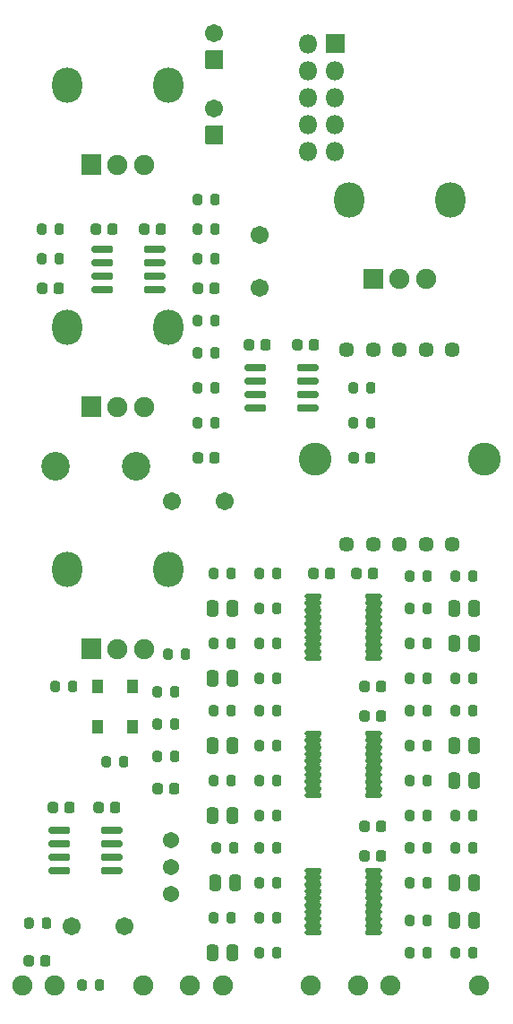
<source format=gbs>
G04 #@! TF.GenerationSoftware,KiCad,Pcbnew,6.0.5+dfsg-1~bpo11+1*
G04 #@! TF.CreationDate,2022-12-29T14:19:14+00:00*
G04 #@! TF.ProjectId,SSI2140_phase_shifter,53534932-3134-4305-9f70-686173655f73,0*
G04 #@! TF.SameCoordinates,Original*
G04 #@! TF.FileFunction,Soldermask,Bot*
G04 #@! TF.FilePolarity,Negative*
%FSLAX46Y46*%
G04 Gerber Fmt 4.6, Leading zero omitted, Abs format (unit mm)*
G04 Created by KiCad (PCBNEW 6.0.5+dfsg-1~bpo11+1) date 2022-12-29 14:19:14*
%MOMM*%
%LPD*%
G01*
G04 APERTURE LIST*
%ADD10C,1.902000*%
%ADD11O,2.822000X3.342000*%
%ADD12C,3.102000*%
%ADD13C,1.451600*%
%ADD14C,1.702000*%
%ADD15O,1.802000X1.802000*%
%ADD16C,2.702000*%
%ADD17C,1.542000*%
G04 APERTURE END LIST*
D10*
X124076000Y-138938000D03*
X127176000Y-138938000D03*
X135476000Y-138938000D03*
D11*
X137896000Y-99688000D03*
X128296000Y-99688000D03*
G36*
G01*
X131547000Y-106288000D02*
X131547000Y-108088000D01*
G75*
G02*
X131496000Y-108139000I-51000J0D01*
G01*
X129696000Y-108139000D01*
G75*
G02*
X129645000Y-108088000I0J51000D01*
G01*
X129645000Y-106288000D01*
G75*
G02*
X129696000Y-106237000I51000J0D01*
G01*
X131496000Y-106237000D01*
G75*
G02*
X131547000Y-106288000I0J-51000D01*
G01*
G37*
D10*
X133096000Y-107188000D03*
X135596000Y-107188000D03*
D11*
X154966000Y-64773000D03*
X164566000Y-64773000D03*
G36*
G01*
X158217000Y-71373000D02*
X158217000Y-73173000D01*
G75*
G02*
X158166000Y-73224000I-51000J0D01*
G01*
X156366000Y-73224000D01*
G75*
G02*
X156315000Y-73173000I0J51000D01*
G01*
X156315000Y-71373000D01*
G75*
G02*
X156366000Y-71322000I51000J0D01*
G01*
X158166000Y-71322000D01*
G75*
G02*
X158217000Y-71373000I0J-51000D01*
G01*
G37*
D10*
X159766000Y-72273000D03*
X162266000Y-72273000D03*
D11*
X137896000Y-53968000D03*
X128296000Y-53968000D03*
G36*
G01*
X131547000Y-60568000D02*
X131547000Y-62368000D01*
G75*
G02*
X131496000Y-62419000I-51000J0D01*
G01*
X129696000Y-62419000D01*
G75*
G02*
X129645000Y-62368000I0J51000D01*
G01*
X129645000Y-60568000D01*
G75*
G02*
X129696000Y-60517000I51000J0D01*
G01*
X131496000Y-60517000D01*
G75*
G02*
X131547000Y-60568000I0J-51000D01*
G01*
G37*
D10*
X133096000Y-61468000D03*
X135596000Y-61468000D03*
D12*
X167766000Y-89238000D03*
X151766000Y-89238000D03*
D13*
X154766000Y-78988000D03*
X157266000Y-78988000D03*
X159766000Y-78988000D03*
X162266000Y-78988000D03*
X164766000Y-78988000D03*
X164766000Y-97288000D03*
X162266000Y-97288000D03*
X159766000Y-97288000D03*
X157266000Y-97288000D03*
X154766000Y-97288000D03*
D10*
X155826000Y-138938000D03*
X158926000Y-138938000D03*
X167226000Y-138938000D03*
X139951000Y-138938000D03*
X143051000Y-138938000D03*
X151351000Y-138938000D03*
D11*
X128296000Y-76828000D03*
X137896000Y-76828000D03*
G36*
G01*
X131547000Y-83428000D02*
X131547000Y-85228000D01*
G75*
G02*
X131496000Y-85279000I-51000J0D01*
G01*
X129696000Y-85279000D01*
G75*
G02*
X129645000Y-85228000I0J51000D01*
G01*
X129645000Y-83428000D01*
G75*
G02*
X129696000Y-83377000I51000J0D01*
G01*
X131496000Y-83377000D01*
G75*
G02*
X131547000Y-83428000I0J-51000D01*
G01*
G37*
D10*
X133096000Y-84328000D03*
X135596000Y-84328000D03*
G36*
G01*
X149600000Y-78736000D02*
X149600000Y-78236000D01*
G75*
G02*
X149876000Y-77960000I276000J0D01*
G01*
X150326000Y-77960000D01*
G75*
G02*
X150602000Y-78236000I0J-276000D01*
G01*
X150602000Y-78736000D01*
G75*
G02*
X150326000Y-79012000I-276000J0D01*
G01*
X149876000Y-79012000D01*
G75*
G02*
X149600000Y-78736000I0J276000D01*
G01*
G37*
G36*
G01*
X151150000Y-78736000D02*
X151150000Y-78236000D01*
G75*
G02*
X151426000Y-77960000I276000J0D01*
G01*
X151876000Y-77960000D01*
G75*
G02*
X152152000Y-78236000I0J-276000D01*
G01*
X152152000Y-78736000D01*
G75*
G02*
X151876000Y-79012000I-276000J0D01*
G01*
X151426000Y-79012000D01*
G75*
G02*
X151150000Y-78736000I0J276000D01*
G01*
G37*
G36*
G01*
X148596000Y-112755000D02*
X148596000Y-113305000D01*
G75*
G02*
X148345000Y-113556000I-251000J0D01*
G01*
X147945000Y-113556000D01*
G75*
G02*
X147694000Y-113305000I0J251000D01*
G01*
X147694000Y-112755000D01*
G75*
G02*
X147945000Y-112504000I251000J0D01*
G01*
X148345000Y-112504000D01*
G75*
G02*
X148596000Y-112755000I0J-251000D01*
G01*
G37*
G36*
G01*
X146946000Y-112755000D02*
X146946000Y-113305000D01*
G75*
G02*
X146695000Y-113556000I-251000J0D01*
G01*
X146295000Y-113556000D01*
G75*
G02*
X146044000Y-113305000I0J251000D01*
G01*
X146044000Y-112755000D01*
G75*
G02*
X146295000Y-112504000I251000J0D01*
G01*
X146695000Y-112504000D01*
G75*
G02*
X146946000Y-112755000I0J-251000D01*
G01*
G37*
G36*
G01*
X150781000Y-108181000D02*
X150781000Y-107981000D01*
G75*
G02*
X150932000Y-107830000I151000J0D01*
G01*
X152207000Y-107830000D01*
G75*
G02*
X152358000Y-107981000I0J-151000D01*
G01*
X152358000Y-108181000D01*
G75*
G02*
X152207000Y-108332000I-151000J0D01*
G01*
X150932000Y-108332000D01*
G75*
G02*
X150781000Y-108181000I0J151000D01*
G01*
G37*
G36*
G01*
X150781000Y-107531000D02*
X150781000Y-107331000D01*
G75*
G02*
X150932000Y-107180000I151000J0D01*
G01*
X152207000Y-107180000D01*
G75*
G02*
X152358000Y-107331000I0J-151000D01*
G01*
X152358000Y-107531000D01*
G75*
G02*
X152207000Y-107682000I-151000J0D01*
G01*
X150932000Y-107682000D01*
G75*
G02*
X150781000Y-107531000I0J151000D01*
G01*
G37*
G36*
G01*
X150781000Y-106881000D02*
X150781000Y-106681000D01*
G75*
G02*
X150932000Y-106530000I151000J0D01*
G01*
X152207000Y-106530000D01*
G75*
G02*
X152358000Y-106681000I0J-151000D01*
G01*
X152358000Y-106881000D01*
G75*
G02*
X152207000Y-107032000I-151000J0D01*
G01*
X150932000Y-107032000D01*
G75*
G02*
X150781000Y-106881000I0J151000D01*
G01*
G37*
G36*
G01*
X150781000Y-106231000D02*
X150781000Y-106031000D01*
G75*
G02*
X150932000Y-105880000I151000J0D01*
G01*
X152207000Y-105880000D01*
G75*
G02*
X152358000Y-106031000I0J-151000D01*
G01*
X152358000Y-106231000D01*
G75*
G02*
X152207000Y-106382000I-151000J0D01*
G01*
X150932000Y-106382000D01*
G75*
G02*
X150781000Y-106231000I0J151000D01*
G01*
G37*
G36*
G01*
X150781000Y-105581000D02*
X150781000Y-105381000D01*
G75*
G02*
X150932000Y-105230000I151000J0D01*
G01*
X152207000Y-105230000D01*
G75*
G02*
X152358000Y-105381000I0J-151000D01*
G01*
X152358000Y-105581000D01*
G75*
G02*
X152207000Y-105732000I-151000J0D01*
G01*
X150932000Y-105732000D01*
G75*
G02*
X150781000Y-105581000I0J151000D01*
G01*
G37*
G36*
G01*
X150781000Y-104931000D02*
X150781000Y-104731000D01*
G75*
G02*
X150932000Y-104580000I151000J0D01*
G01*
X152207000Y-104580000D01*
G75*
G02*
X152358000Y-104731000I0J-151000D01*
G01*
X152358000Y-104931000D01*
G75*
G02*
X152207000Y-105082000I-151000J0D01*
G01*
X150932000Y-105082000D01*
G75*
G02*
X150781000Y-104931000I0J151000D01*
G01*
G37*
G36*
G01*
X150781000Y-104281000D02*
X150781000Y-104081000D01*
G75*
G02*
X150932000Y-103930000I151000J0D01*
G01*
X152207000Y-103930000D01*
G75*
G02*
X152358000Y-104081000I0J-151000D01*
G01*
X152358000Y-104281000D01*
G75*
G02*
X152207000Y-104432000I-151000J0D01*
G01*
X150932000Y-104432000D01*
G75*
G02*
X150781000Y-104281000I0J151000D01*
G01*
G37*
G36*
G01*
X150781000Y-103631000D02*
X150781000Y-103431000D01*
G75*
G02*
X150932000Y-103280000I151000J0D01*
G01*
X152207000Y-103280000D01*
G75*
G02*
X152358000Y-103431000I0J-151000D01*
G01*
X152358000Y-103631000D01*
G75*
G02*
X152207000Y-103782000I-151000J0D01*
G01*
X150932000Y-103782000D01*
G75*
G02*
X150781000Y-103631000I0J151000D01*
G01*
G37*
G36*
G01*
X150781000Y-102981000D02*
X150781000Y-102781000D01*
G75*
G02*
X150932000Y-102630000I151000J0D01*
G01*
X152207000Y-102630000D01*
G75*
G02*
X152358000Y-102781000I0J-151000D01*
G01*
X152358000Y-102981000D01*
G75*
G02*
X152207000Y-103132000I-151000J0D01*
G01*
X150932000Y-103132000D01*
G75*
G02*
X150781000Y-102981000I0J151000D01*
G01*
G37*
G36*
G01*
X150781000Y-102331000D02*
X150781000Y-102131000D01*
G75*
G02*
X150932000Y-101980000I151000J0D01*
G01*
X152207000Y-101980000D01*
G75*
G02*
X152358000Y-102131000I0J-151000D01*
G01*
X152358000Y-102331000D01*
G75*
G02*
X152207000Y-102482000I-151000J0D01*
G01*
X150932000Y-102482000D01*
G75*
G02*
X150781000Y-102331000I0J151000D01*
G01*
G37*
G36*
G01*
X156506000Y-102331000D02*
X156506000Y-102131000D01*
G75*
G02*
X156657000Y-101980000I151000J0D01*
G01*
X157932000Y-101980000D01*
G75*
G02*
X158083000Y-102131000I0J-151000D01*
G01*
X158083000Y-102331000D01*
G75*
G02*
X157932000Y-102482000I-151000J0D01*
G01*
X156657000Y-102482000D01*
G75*
G02*
X156506000Y-102331000I0J151000D01*
G01*
G37*
G36*
G01*
X156506000Y-102981000D02*
X156506000Y-102781000D01*
G75*
G02*
X156657000Y-102630000I151000J0D01*
G01*
X157932000Y-102630000D01*
G75*
G02*
X158083000Y-102781000I0J-151000D01*
G01*
X158083000Y-102981000D01*
G75*
G02*
X157932000Y-103132000I-151000J0D01*
G01*
X156657000Y-103132000D01*
G75*
G02*
X156506000Y-102981000I0J151000D01*
G01*
G37*
G36*
G01*
X156506000Y-103631000D02*
X156506000Y-103431000D01*
G75*
G02*
X156657000Y-103280000I151000J0D01*
G01*
X157932000Y-103280000D01*
G75*
G02*
X158083000Y-103431000I0J-151000D01*
G01*
X158083000Y-103631000D01*
G75*
G02*
X157932000Y-103782000I-151000J0D01*
G01*
X156657000Y-103782000D01*
G75*
G02*
X156506000Y-103631000I0J151000D01*
G01*
G37*
G36*
G01*
X156506000Y-104281000D02*
X156506000Y-104081000D01*
G75*
G02*
X156657000Y-103930000I151000J0D01*
G01*
X157932000Y-103930000D01*
G75*
G02*
X158083000Y-104081000I0J-151000D01*
G01*
X158083000Y-104281000D01*
G75*
G02*
X157932000Y-104432000I-151000J0D01*
G01*
X156657000Y-104432000D01*
G75*
G02*
X156506000Y-104281000I0J151000D01*
G01*
G37*
G36*
G01*
X156506000Y-104931000D02*
X156506000Y-104731000D01*
G75*
G02*
X156657000Y-104580000I151000J0D01*
G01*
X157932000Y-104580000D01*
G75*
G02*
X158083000Y-104731000I0J-151000D01*
G01*
X158083000Y-104931000D01*
G75*
G02*
X157932000Y-105082000I-151000J0D01*
G01*
X156657000Y-105082000D01*
G75*
G02*
X156506000Y-104931000I0J151000D01*
G01*
G37*
G36*
G01*
X156506000Y-105581000D02*
X156506000Y-105381000D01*
G75*
G02*
X156657000Y-105230000I151000J0D01*
G01*
X157932000Y-105230000D01*
G75*
G02*
X158083000Y-105381000I0J-151000D01*
G01*
X158083000Y-105581000D01*
G75*
G02*
X157932000Y-105732000I-151000J0D01*
G01*
X156657000Y-105732000D01*
G75*
G02*
X156506000Y-105581000I0J151000D01*
G01*
G37*
G36*
G01*
X156506000Y-106231000D02*
X156506000Y-106031000D01*
G75*
G02*
X156657000Y-105880000I151000J0D01*
G01*
X157932000Y-105880000D01*
G75*
G02*
X158083000Y-106031000I0J-151000D01*
G01*
X158083000Y-106231000D01*
G75*
G02*
X157932000Y-106382000I-151000J0D01*
G01*
X156657000Y-106382000D01*
G75*
G02*
X156506000Y-106231000I0J151000D01*
G01*
G37*
G36*
G01*
X156506000Y-106881000D02*
X156506000Y-106681000D01*
G75*
G02*
X156657000Y-106530000I151000J0D01*
G01*
X157932000Y-106530000D01*
G75*
G02*
X158083000Y-106681000I0J-151000D01*
G01*
X158083000Y-106881000D01*
G75*
G02*
X157932000Y-107032000I-151000J0D01*
G01*
X156657000Y-107032000D01*
G75*
G02*
X156506000Y-106881000I0J151000D01*
G01*
G37*
G36*
G01*
X156506000Y-107531000D02*
X156506000Y-107331000D01*
G75*
G02*
X156657000Y-107180000I151000J0D01*
G01*
X157932000Y-107180000D01*
G75*
G02*
X158083000Y-107331000I0J-151000D01*
G01*
X158083000Y-107531000D01*
G75*
G02*
X157932000Y-107682000I-151000J0D01*
G01*
X156657000Y-107682000D01*
G75*
G02*
X156506000Y-107531000I0J151000D01*
G01*
G37*
G36*
G01*
X156506000Y-108181000D02*
X156506000Y-107981000D01*
G75*
G02*
X156657000Y-107830000I151000J0D01*
G01*
X157932000Y-107830000D01*
G75*
G02*
X158083000Y-107981000I0J-151000D01*
G01*
X158083000Y-108181000D01*
G75*
G02*
X157932000Y-108332000I-151000J0D01*
G01*
X156657000Y-108332000D01*
G75*
G02*
X156506000Y-108181000I0J151000D01*
G01*
G37*
G36*
G01*
X145089000Y-84605000D02*
X145089000Y-84305000D01*
G75*
G02*
X145290000Y-84104000I201000J0D01*
G01*
X146940000Y-84104000D01*
G75*
G02*
X147141000Y-84305000I0J-201000D01*
G01*
X147141000Y-84605000D01*
G75*
G02*
X146940000Y-84806000I-201000J0D01*
G01*
X145290000Y-84806000D01*
G75*
G02*
X145089000Y-84605000I0J201000D01*
G01*
G37*
G36*
G01*
X145089000Y-83335000D02*
X145089000Y-83035000D01*
G75*
G02*
X145290000Y-82834000I201000J0D01*
G01*
X146940000Y-82834000D01*
G75*
G02*
X147141000Y-83035000I0J-201000D01*
G01*
X147141000Y-83335000D01*
G75*
G02*
X146940000Y-83536000I-201000J0D01*
G01*
X145290000Y-83536000D01*
G75*
G02*
X145089000Y-83335000I0J201000D01*
G01*
G37*
G36*
G01*
X145089000Y-82065000D02*
X145089000Y-81765000D01*
G75*
G02*
X145290000Y-81564000I201000J0D01*
G01*
X146940000Y-81564000D01*
G75*
G02*
X147141000Y-81765000I0J-201000D01*
G01*
X147141000Y-82065000D01*
G75*
G02*
X146940000Y-82266000I-201000J0D01*
G01*
X145290000Y-82266000D01*
G75*
G02*
X145089000Y-82065000I0J201000D01*
G01*
G37*
G36*
G01*
X145089000Y-80795000D02*
X145089000Y-80495000D01*
G75*
G02*
X145290000Y-80294000I201000J0D01*
G01*
X146940000Y-80294000D01*
G75*
G02*
X147141000Y-80495000I0J-201000D01*
G01*
X147141000Y-80795000D01*
G75*
G02*
X146940000Y-80996000I-201000J0D01*
G01*
X145290000Y-80996000D01*
G75*
G02*
X145089000Y-80795000I0J201000D01*
G01*
G37*
G36*
G01*
X150039000Y-80795000D02*
X150039000Y-80495000D01*
G75*
G02*
X150240000Y-80294000I201000J0D01*
G01*
X151890000Y-80294000D01*
G75*
G02*
X152091000Y-80495000I0J-201000D01*
G01*
X152091000Y-80795000D01*
G75*
G02*
X151890000Y-80996000I-201000J0D01*
G01*
X150240000Y-80996000D01*
G75*
G02*
X150039000Y-80795000I0J201000D01*
G01*
G37*
G36*
G01*
X150039000Y-82065000D02*
X150039000Y-81765000D01*
G75*
G02*
X150240000Y-81564000I201000J0D01*
G01*
X151890000Y-81564000D01*
G75*
G02*
X152091000Y-81765000I0J-201000D01*
G01*
X152091000Y-82065000D01*
G75*
G02*
X151890000Y-82266000I-201000J0D01*
G01*
X150240000Y-82266000D01*
G75*
G02*
X150039000Y-82065000I0J201000D01*
G01*
G37*
G36*
G01*
X150039000Y-83335000D02*
X150039000Y-83035000D01*
G75*
G02*
X150240000Y-82834000I201000J0D01*
G01*
X151890000Y-82834000D01*
G75*
G02*
X152091000Y-83035000I0J-201000D01*
G01*
X152091000Y-83335000D01*
G75*
G02*
X151890000Y-83536000I-201000J0D01*
G01*
X150240000Y-83536000D01*
G75*
G02*
X150039000Y-83335000I0J201000D01*
G01*
G37*
G36*
G01*
X150039000Y-84605000D02*
X150039000Y-84305000D01*
G75*
G02*
X150240000Y-84104000I201000J0D01*
G01*
X151890000Y-84104000D01*
G75*
G02*
X152091000Y-84305000I0J-201000D01*
G01*
X152091000Y-84605000D01*
G75*
G02*
X151890000Y-84806000I-201000J0D01*
G01*
X150240000Y-84806000D01*
G75*
G02*
X150039000Y-84605000I0J201000D01*
G01*
G37*
G36*
G01*
X160268000Y-100605000D02*
X160268000Y-100055000D01*
G75*
G02*
X160519000Y-99804000I251000J0D01*
G01*
X160919000Y-99804000D01*
G75*
G02*
X161170000Y-100055000I0J-251000D01*
G01*
X161170000Y-100605000D01*
G75*
G02*
X160919000Y-100856000I-251000J0D01*
G01*
X160519000Y-100856000D01*
G75*
G02*
X160268000Y-100605000I0J251000D01*
G01*
G37*
G36*
G01*
X161918000Y-100605000D02*
X161918000Y-100055000D01*
G75*
G02*
X162169000Y-99804000I251000J0D01*
G01*
X162569000Y-99804000D01*
G75*
G02*
X162820000Y-100055000I0J-251000D01*
G01*
X162820000Y-100605000D01*
G75*
G02*
X162569000Y-100856000I-251000J0D01*
G01*
X162169000Y-100856000D01*
G75*
G02*
X161918000Y-100605000I0J251000D01*
G01*
G37*
G36*
G01*
X164586000Y-136165000D02*
X164586000Y-135615000D01*
G75*
G02*
X164837000Y-135364000I251000J0D01*
G01*
X165237000Y-135364000D01*
G75*
G02*
X165488000Y-135615000I0J-251000D01*
G01*
X165488000Y-136165000D01*
G75*
G02*
X165237000Y-136416000I-251000J0D01*
G01*
X164837000Y-136416000D01*
G75*
G02*
X164586000Y-136165000I0J251000D01*
G01*
G37*
G36*
G01*
X166236000Y-136165000D02*
X166236000Y-135615000D01*
G75*
G02*
X166487000Y-135364000I251000J0D01*
G01*
X166887000Y-135364000D01*
G75*
G02*
X167138000Y-135615000I0J-251000D01*
G01*
X167138000Y-136165000D01*
G75*
G02*
X166887000Y-136416000I-251000J0D01*
G01*
X166487000Y-136416000D01*
G75*
G02*
X166236000Y-136165000I0J251000D01*
G01*
G37*
G36*
G01*
X148596000Y-135615000D02*
X148596000Y-136165000D01*
G75*
G02*
X148345000Y-136416000I-251000J0D01*
G01*
X147945000Y-136416000D01*
G75*
G02*
X147694000Y-136165000I0J251000D01*
G01*
X147694000Y-135615000D01*
G75*
G02*
X147945000Y-135364000I251000J0D01*
G01*
X148345000Y-135364000D01*
G75*
G02*
X148596000Y-135615000I0J-251000D01*
G01*
G37*
G36*
G01*
X146946000Y-135615000D02*
X146946000Y-136165000D01*
G75*
G02*
X146695000Y-136416000I-251000J0D01*
G01*
X146295000Y-136416000D01*
G75*
G02*
X146044000Y-136165000I0J251000D01*
G01*
X146044000Y-135615000D01*
G75*
G02*
X146295000Y-135364000I251000J0D01*
G01*
X146695000Y-135364000D01*
G75*
G02*
X146946000Y-135615000I0J-251000D01*
G01*
G37*
G36*
G01*
X164586000Y-100605000D02*
X164586000Y-100055000D01*
G75*
G02*
X164837000Y-99804000I251000J0D01*
G01*
X165237000Y-99804000D01*
G75*
G02*
X165488000Y-100055000I0J-251000D01*
G01*
X165488000Y-100605000D01*
G75*
G02*
X165237000Y-100856000I-251000J0D01*
G01*
X164837000Y-100856000D01*
G75*
G02*
X164586000Y-100605000I0J251000D01*
G01*
G37*
G36*
G01*
X166236000Y-100605000D02*
X166236000Y-100055000D01*
G75*
G02*
X166487000Y-99804000I251000J0D01*
G01*
X166887000Y-99804000D01*
G75*
G02*
X167138000Y-100055000I0J-251000D01*
G01*
X167138000Y-100605000D01*
G75*
G02*
X166887000Y-100856000I-251000J0D01*
G01*
X166487000Y-100856000D01*
G75*
G02*
X166236000Y-100605000I0J251000D01*
G01*
G37*
D14*
X146558000Y-73112000D03*
X146558000Y-68112000D03*
G36*
G01*
X148596000Y-129011000D02*
X148596000Y-129561000D01*
G75*
G02*
X148345000Y-129812000I-251000J0D01*
G01*
X147945000Y-129812000D01*
G75*
G02*
X147694000Y-129561000I0J251000D01*
G01*
X147694000Y-129011000D01*
G75*
G02*
X147945000Y-128760000I251000J0D01*
G01*
X148345000Y-128760000D01*
G75*
G02*
X148596000Y-129011000I0J-251000D01*
G01*
G37*
G36*
G01*
X146946000Y-129011000D02*
X146946000Y-129561000D01*
G75*
G02*
X146695000Y-129812000I-251000J0D01*
G01*
X146295000Y-129812000D01*
G75*
G02*
X146044000Y-129561000I0J251000D01*
G01*
X146044000Y-129011000D01*
G75*
G02*
X146295000Y-128760000I251000J0D01*
G01*
X146695000Y-128760000D01*
G75*
G02*
X146946000Y-129011000I0J-251000D01*
G01*
G37*
G36*
G01*
X160268000Y-126259000D02*
X160268000Y-125709000D01*
G75*
G02*
X160519000Y-125458000I251000J0D01*
G01*
X160919000Y-125458000D01*
G75*
G02*
X161170000Y-125709000I0J-251000D01*
G01*
X161170000Y-126259000D01*
G75*
G02*
X160919000Y-126510000I-251000J0D01*
G01*
X160519000Y-126510000D01*
G75*
G02*
X160268000Y-126259000I0J251000D01*
G01*
G37*
G36*
G01*
X161918000Y-126259000D02*
X161918000Y-125709000D01*
G75*
G02*
X162169000Y-125458000I251000J0D01*
G01*
X162569000Y-125458000D01*
G75*
G02*
X162820000Y-125709000I0J-251000D01*
G01*
X162820000Y-126259000D01*
G75*
G02*
X162569000Y-126510000I-251000J0D01*
G01*
X162169000Y-126510000D01*
G75*
G02*
X161918000Y-126259000I0J251000D01*
G01*
G37*
G36*
G01*
X164361000Y-120109000D02*
X164361000Y-119159000D01*
G75*
G02*
X164662000Y-118858000I301000J0D01*
G01*
X165162000Y-118858000D01*
G75*
G02*
X165463000Y-119159000I0J-301000D01*
G01*
X165463000Y-120109000D01*
G75*
G02*
X165162000Y-120410000I-301000J0D01*
G01*
X164662000Y-120410000D01*
G75*
G02*
X164361000Y-120109000I0J301000D01*
G01*
G37*
G36*
G01*
X166261000Y-120109000D02*
X166261000Y-119159000D01*
G75*
G02*
X166562000Y-118858000I301000J0D01*
G01*
X167062000Y-118858000D01*
G75*
G02*
X167363000Y-119159000I0J-301000D01*
G01*
X167363000Y-120109000D01*
G75*
G02*
X167062000Y-120410000I-301000J0D01*
G01*
X166562000Y-120410000D01*
G75*
G02*
X166261000Y-120109000I0J301000D01*
G01*
G37*
G36*
G01*
X148596000Y-109707000D02*
X148596000Y-110257000D01*
G75*
G02*
X148345000Y-110508000I-251000J0D01*
G01*
X147945000Y-110508000D01*
G75*
G02*
X147694000Y-110257000I0J251000D01*
G01*
X147694000Y-109707000D01*
G75*
G02*
X147945000Y-109456000I251000J0D01*
G01*
X148345000Y-109456000D01*
G75*
G02*
X148596000Y-109707000I0J-251000D01*
G01*
G37*
G36*
G01*
X146946000Y-109707000D02*
X146946000Y-110257000D01*
G75*
G02*
X146695000Y-110508000I-251000J0D01*
G01*
X146295000Y-110508000D01*
G75*
G02*
X146044000Y-110257000I0J251000D01*
G01*
X146044000Y-109707000D01*
G75*
G02*
X146295000Y-109456000I251000J0D01*
G01*
X146695000Y-109456000D01*
G75*
G02*
X146946000Y-109707000I0J-251000D01*
G01*
G37*
G36*
G01*
X134993000Y-113954000D02*
X134993000Y-115154000D01*
G75*
G02*
X134942000Y-115205000I-51000J0D01*
G01*
X134042000Y-115205000D01*
G75*
G02*
X133991000Y-115154000I0J51000D01*
G01*
X133991000Y-113954000D01*
G75*
G02*
X134042000Y-113903000I51000J0D01*
G01*
X134942000Y-113903000D01*
G75*
G02*
X134993000Y-113954000I0J-51000D01*
G01*
G37*
G36*
G01*
X131693000Y-113954000D02*
X131693000Y-115154000D01*
G75*
G02*
X131642000Y-115205000I-51000J0D01*
G01*
X130742000Y-115205000D01*
G75*
G02*
X130691000Y-115154000I0J51000D01*
G01*
X130691000Y-113954000D01*
G75*
G02*
X130742000Y-113903000I51000J0D01*
G01*
X131642000Y-113903000D01*
G75*
G02*
X131693000Y-113954000I0J-51000D01*
G01*
G37*
G36*
G01*
X138944000Y-114025000D02*
X138944000Y-114575000D01*
G75*
G02*
X138693000Y-114826000I-251000J0D01*
G01*
X138293000Y-114826000D01*
G75*
G02*
X138042000Y-114575000I0J251000D01*
G01*
X138042000Y-114025000D01*
G75*
G02*
X138293000Y-113774000I251000J0D01*
G01*
X138693000Y-113774000D01*
G75*
G02*
X138944000Y-114025000I0J-251000D01*
G01*
G37*
G36*
G01*
X137294000Y-114025000D02*
X137294000Y-114575000D01*
G75*
G02*
X137043000Y-114826000I-251000J0D01*
G01*
X136643000Y-114826000D01*
G75*
G02*
X136392000Y-114575000I0J251000D01*
G01*
X136392000Y-114025000D01*
G75*
G02*
X136643000Y-113774000I251000J0D01*
G01*
X137043000Y-113774000D01*
G75*
G02*
X137294000Y-114025000I0J-251000D01*
G01*
G37*
G36*
G01*
X154934000Y-82825000D02*
X154934000Y-82275000D01*
G75*
G02*
X155185000Y-82024000I251000J0D01*
G01*
X155585000Y-82024000D01*
G75*
G02*
X155836000Y-82275000I0J-251000D01*
G01*
X155836000Y-82825000D01*
G75*
G02*
X155585000Y-83076000I-251000J0D01*
G01*
X155185000Y-83076000D01*
G75*
G02*
X154934000Y-82825000I0J251000D01*
G01*
G37*
G36*
G01*
X156584000Y-82825000D02*
X156584000Y-82275000D01*
G75*
G02*
X156835000Y-82024000I251000J0D01*
G01*
X157235000Y-82024000D01*
G75*
G02*
X157486000Y-82275000I0J-251000D01*
G01*
X157486000Y-82825000D01*
G75*
G02*
X157235000Y-83076000I-251000J0D01*
G01*
X156835000Y-83076000D01*
G75*
G02*
X156584000Y-82825000I0J251000D01*
G01*
G37*
G36*
G01*
X148596000Y-122661000D02*
X148596000Y-123211000D01*
G75*
G02*
X148345000Y-123462000I-251000J0D01*
G01*
X147945000Y-123462000D01*
G75*
G02*
X147694000Y-123211000I0J251000D01*
G01*
X147694000Y-122661000D01*
G75*
G02*
X147945000Y-122410000I251000J0D01*
G01*
X148345000Y-122410000D01*
G75*
G02*
X148596000Y-122661000I0J-251000D01*
G01*
G37*
G36*
G01*
X146946000Y-122661000D02*
X146946000Y-123211000D01*
G75*
G02*
X146695000Y-123462000I-251000J0D01*
G01*
X146295000Y-123462000D01*
G75*
G02*
X146044000Y-123211000I0J251000D01*
G01*
X146044000Y-122661000D01*
G75*
G02*
X146295000Y-122410000I251000J0D01*
G01*
X146695000Y-122410000D01*
G75*
G02*
X146946000Y-122661000I0J-251000D01*
G01*
G37*
G36*
G01*
X144278000Y-106405000D02*
X144278000Y-106955000D01*
G75*
G02*
X144027000Y-107206000I-251000J0D01*
G01*
X143627000Y-107206000D01*
G75*
G02*
X143376000Y-106955000I0J251000D01*
G01*
X143376000Y-106405000D01*
G75*
G02*
X143627000Y-106154000I251000J0D01*
G01*
X144027000Y-106154000D01*
G75*
G02*
X144278000Y-106405000I0J-251000D01*
G01*
G37*
G36*
G01*
X142628000Y-106405000D02*
X142628000Y-106955000D01*
G75*
G02*
X142377000Y-107206000I-251000J0D01*
G01*
X141977000Y-107206000D01*
G75*
G02*
X141726000Y-106955000I0J251000D01*
G01*
X141726000Y-106405000D01*
G75*
G02*
X141977000Y-106154000I251000J0D01*
G01*
X142377000Y-106154000D01*
G75*
G02*
X142628000Y-106405000I0J-251000D01*
G01*
G37*
G36*
G01*
X131832000Y-138663000D02*
X131832000Y-139213000D01*
G75*
G02*
X131581000Y-139464000I-251000J0D01*
G01*
X131181000Y-139464000D01*
G75*
G02*
X130930000Y-139213000I0J251000D01*
G01*
X130930000Y-138663000D01*
G75*
G02*
X131181000Y-138412000I251000J0D01*
G01*
X131581000Y-138412000D01*
G75*
G02*
X131832000Y-138663000I0J-251000D01*
G01*
G37*
G36*
G01*
X130182000Y-138663000D02*
X130182000Y-139213000D01*
G75*
G02*
X129931000Y-139464000I-251000J0D01*
G01*
X129531000Y-139464000D01*
G75*
G02*
X129280000Y-139213000I0J251000D01*
G01*
X129280000Y-138663000D01*
G75*
G02*
X129531000Y-138412000I251000J0D01*
G01*
X129931000Y-138412000D01*
G75*
G02*
X130182000Y-138663000I0J-251000D01*
G01*
G37*
G36*
G01*
X146044000Y-119909000D02*
X146044000Y-119359000D01*
G75*
G02*
X146295000Y-119108000I251000J0D01*
G01*
X146695000Y-119108000D01*
G75*
G02*
X146946000Y-119359000I0J-251000D01*
G01*
X146946000Y-119909000D01*
G75*
G02*
X146695000Y-120160000I-251000J0D01*
G01*
X146295000Y-120160000D01*
G75*
G02*
X146044000Y-119909000I0J251000D01*
G01*
G37*
G36*
G01*
X147694000Y-119909000D02*
X147694000Y-119359000D01*
G75*
G02*
X147945000Y-119108000I251000J0D01*
G01*
X148345000Y-119108000D01*
G75*
G02*
X148596000Y-119359000I0J-251000D01*
G01*
X148596000Y-119909000D01*
G75*
G02*
X148345000Y-120160000I-251000J0D01*
G01*
X147945000Y-120160000D01*
G75*
G02*
X147694000Y-119909000I0J251000D01*
G01*
G37*
G36*
G01*
X146044000Y-106955000D02*
X146044000Y-106405000D01*
G75*
G02*
X146295000Y-106154000I251000J0D01*
G01*
X146695000Y-106154000D01*
G75*
G02*
X146946000Y-106405000I0J-251000D01*
G01*
X146946000Y-106955000D01*
G75*
G02*
X146695000Y-107206000I-251000J0D01*
G01*
X146295000Y-107206000D01*
G75*
G02*
X146044000Y-106955000I0J251000D01*
G01*
G37*
G36*
G01*
X147694000Y-106955000D02*
X147694000Y-106405000D01*
G75*
G02*
X147945000Y-106154000I251000J0D01*
G01*
X148345000Y-106154000D01*
G75*
G02*
X148596000Y-106405000I0J-251000D01*
G01*
X148596000Y-106955000D01*
G75*
G02*
X148345000Y-107206000I-251000J0D01*
G01*
X147945000Y-107206000D01*
G75*
G02*
X147694000Y-106955000I0J251000D01*
G01*
G37*
G36*
G01*
X164361000Y-133317000D02*
X164361000Y-132367000D01*
G75*
G02*
X164662000Y-132066000I301000J0D01*
G01*
X165162000Y-132066000D01*
G75*
G02*
X165463000Y-132367000I0J-301000D01*
G01*
X165463000Y-133317000D01*
G75*
G02*
X165162000Y-133618000I-301000J0D01*
G01*
X164662000Y-133618000D01*
G75*
G02*
X164361000Y-133317000I0J301000D01*
G01*
G37*
G36*
G01*
X166261000Y-133317000D02*
X166261000Y-132367000D01*
G75*
G02*
X166562000Y-132066000I301000J0D01*
G01*
X167062000Y-132066000D01*
G75*
G02*
X167363000Y-132367000I0J-301000D01*
G01*
X167363000Y-133317000D01*
G75*
G02*
X167062000Y-133618000I-301000J0D01*
G01*
X166562000Y-133618000D01*
G75*
G02*
X166261000Y-133317000I0J301000D01*
G01*
G37*
G36*
G01*
X148596000Y-125709000D02*
X148596000Y-126259000D01*
G75*
G02*
X148345000Y-126510000I-251000J0D01*
G01*
X147945000Y-126510000D01*
G75*
G02*
X147694000Y-126259000I0J251000D01*
G01*
X147694000Y-125709000D01*
G75*
G02*
X147945000Y-125458000I251000J0D01*
G01*
X148345000Y-125458000D01*
G75*
G02*
X148596000Y-125709000I0J-251000D01*
G01*
G37*
G36*
G01*
X146946000Y-125709000D02*
X146946000Y-126259000D01*
G75*
G02*
X146695000Y-126510000I-251000J0D01*
G01*
X146295000Y-126510000D01*
G75*
G02*
X146044000Y-126259000I0J251000D01*
G01*
X146044000Y-125709000D01*
G75*
G02*
X146295000Y-125458000I251000J0D01*
G01*
X146695000Y-125458000D01*
G75*
G02*
X146946000Y-125709000I0J-251000D01*
G01*
G37*
G36*
G01*
X148596000Y-116057000D02*
X148596000Y-116607000D01*
G75*
G02*
X148345000Y-116858000I-251000J0D01*
G01*
X147945000Y-116858000D01*
G75*
G02*
X147694000Y-116607000I0J251000D01*
G01*
X147694000Y-116057000D01*
G75*
G02*
X147945000Y-115806000I251000J0D01*
G01*
X148345000Y-115806000D01*
G75*
G02*
X148596000Y-116057000I0J-251000D01*
G01*
G37*
G36*
G01*
X146946000Y-116057000D02*
X146946000Y-116607000D01*
G75*
G02*
X146695000Y-116858000I-251000J0D01*
G01*
X146295000Y-116858000D01*
G75*
G02*
X146044000Y-116607000I0J251000D01*
G01*
X146044000Y-116057000D01*
G75*
G02*
X146295000Y-115806000I251000J0D01*
G01*
X146695000Y-115806000D01*
G75*
G02*
X146946000Y-116057000I0J-251000D01*
G01*
G37*
G36*
G01*
X143040000Y-52413000D02*
X141440000Y-52413000D01*
G75*
G02*
X141389000Y-52362000I0J51000D01*
G01*
X141389000Y-50762000D01*
G75*
G02*
X141440000Y-50711000I51000J0D01*
G01*
X143040000Y-50711000D01*
G75*
G02*
X143091000Y-50762000I0J-51000D01*
G01*
X143091000Y-52362000D01*
G75*
G02*
X143040000Y-52413000I-51000J0D01*
G01*
G37*
X142240000Y-49062000D03*
G36*
G01*
X162820000Y-103103000D02*
X162820000Y-103653000D01*
G75*
G02*
X162569000Y-103904000I-251000J0D01*
G01*
X162169000Y-103904000D01*
G75*
G02*
X161918000Y-103653000I0J251000D01*
G01*
X161918000Y-103103000D01*
G75*
G02*
X162169000Y-102852000I251000J0D01*
G01*
X162569000Y-102852000D01*
G75*
G02*
X162820000Y-103103000I0J-251000D01*
G01*
G37*
G36*
G01*
X161170000Y-103103000D02*
X161170000Y-103653000D01*
G75*
G02*
X160919000Y-103904000I-251000J0D01*
G01*
X160519000Y-103904000D01*
G75*
G02*
X160268000Y-103653000I0J251000D01*
G01*
X160268000Y-103103000D01*
G75*
G02*
X160519000Y-102852000I251000J0D01*
G01*
X160919000Y-102852000D01*
G75*
G02*
X161170000Y-103103000I0J-251000D01*
G01*
G37*
G36*
G01*
X140202000Y-70633000D02*
X140202000Y-70083000D01*
G75*
G02*
X140453000Y-69832000I251000J0D01*
G01*
X140853000Y-69832000D01*
G75*
G02*
X141104000Y-70083000I0J-251000D01*
G01*
X141104000Y-70633000D01*
G75*
G02*
X140853000Y-70884000I-251000J0D01*
G01*
X140453000Y-70884000D01*
G75*
G02*
X140202000Y-70633000I0J251000D01*
G01*
G37*
G36*
G01*
X141852000Y-70633000D02*
X141852000Y-70083000D01*
G75*
G02*
X142103000Y-69832000I251000J0D01*
G01*
X142503000Y-69832000D01*
G75*
G02*
X142754000Y-70083000I0J-251000D01*
G01*
X142754000Y-70633000D01*
G75*
G02*
X142503000Y-70884000I-251000J0D01*
G01*
X142103000Y-70884000D01*
G75*
G02*
X141852000Y-70633000I0J251000D01*
G01*
G37*
X128778000Y-133350000D03*
X133778000Y-133350000D03*
G36*
G01*
X128022000Y-70083000D02*
X128022000Y-70633000D01*
G75*
G02*
X127771000Y-70884000I-251000J0D01*
G01*
X127371000Y-70884000D01*
G75*
G02*
X127120000Y-70633000I0J251000D01*
G01*
X127120000Y-70083000D01*
G75*
G02*
X127371000Y-69832000I251000J0D01*
G01*
X127771000Y-69832000D01*
G75*
G02*
X128022000Y-70083000I0J-251000D01*
G01*
G37*
G36*
G01*
X126372000Y-70083000D02*
X126372000Y-70633000D01*
G75*
G02*
X126121000Y-70884000I-251000J0D01*
G01*
X125721000Y-70884000D01*
G75*
G02*
X125470000Y-70633000I0J251000D01*
G01*
X125470000Y-70083000D01*
G75*
G02*
X125721000Y-69832000I251000J0D01*
G01*
X126121000Y-69832000D01*
G75*
G02*
X126372000Y-70083000I0J-251000D01*
G01*
G37*
G36*
G01*
X160268000Y-106955000D02*
X160268000Y-106405000D01*
G75*
G02*
X160519000Y-106154000I251000J0D01*
G01*
X160919000Y-106154000D01*
G75*
G02*
X161170000Y-106405000I0J-251000D01*
G01*
X161170000Y-106955000D01*
G75*
G02*
X160919000Y-107206000I-251000J0D01*
G01*
X160519000Y-107206000D01*
G75*
G02*
X160268000Y-106955000I0J251000D01*
G01*
G37*
G36*
G01*
X161918000Y-106955000D02*
X161918000Y-106405000D01*
G75*
G02*
X162169000Y-106154000I251000J0D01*
G01*
X162569000Y-106154000D01*
G75*
G02*
X162820000Y-106405000I0J-251000D01*
G01*
X162820000Y-106955000D01*
G75*
G02*
X162569000Y-107206000I-251000J0D01*
G01*
X162169000Y-107206000D01*
G75*
G02*
X161918000Y-106955000I0J251000D01*
G01*
G37*
G36*
G01*
X138944000Y-110977000D02*
X138944000Y-111527000D01*
G75*
G02*
X138693000Y-111778000I-251000J0D01*
G01*
X138293000Y-111778000D01*
G75*
G02*
X138042000Y-111527000I0J251000D01*
G01*
X138042000Y-110977000D01*
G75*
G02*
X138293000Y-110726000I251000J0D01*
G01*
X138693000Y-110726000D01*
G75*
G02*
X138944000Y-110977000I0J-251000D01*
G01*
G37*
G36*
G01*
X137294000Y-110977000D02*
X137294000Y-111527000D01*
G75*
G02*
X137043000Y-111778000I-251000J0D01*
G01*
X136643000Y-111778000D01*
G75*
G02*
X136392000Y-111527000I0J251000D01*
G01*
X136392000Y-110977000D01*
G75*
G02*
X136643000Y-110726000I251000J0D01*
G01*
X137043000Y-110726000D01*
G75*
G02*
X137294000Y-110977000I0J-251000D01*
G01*
G37*
G36*
G01*
X140202000Y-89404000D02*
X140202000Y-88904000D01*
G75*
G02*
X140478000Y-88628000I276000J0D01*
G01*
X140928000Y-88628000D01*
G75*
G02*
X141204000Y-88904000I0J-276000D01*
G01*
X141204000Y-89404000D01*
G75*
G02*
X140928000Y-89680000I-276000J0D01*
G01*
X140478000Y-89680000D01*
G75*
G02*
X140202000Y-89404000I0J276000D01*
G01*
G37*
G36*
G01*
X141752000Y-89404000D02*
X141752000Y-88904000D01*
G75*
G02*
X142028000Y-88628000I276000J0D01*
G01*
X142478000Y-88628000D01*
G75*
G02*
X142754000Y-88904000I0J-276000D01*
G01*
X142754000Y-89404000D01*
G75*
G02*
X142478000Y-89680000I-276000J0D01*
G01*
X142028000Y-89680000D01*
G75*
G02*
X141752000Y-89404000I0J276000D01*
G01*
G37*
G36*
G01*
X142754000Y-82275000D02*
X142754000Y-82825000D01*
G75*
G02*
X142503000Y-83076000I-251000J0D01*
G01*
X142103000Y-83076000D01*
G75*
G02*
X141852000Y-82825000I0J251000D01*
G01*
X141852000Y-82275000D01*
G75*
G02*
X142103000Y-82024000I251000J0D01*
G01*
X142503000Y-82024000D01*
G75*
G02*
X142754000Y-82275000I0J-251000D01*
G01*
G37*
G36*
G01*
X141104000Y-82275000D02*
X141104000Y-82825000D01*
G75*
G02*
X140853000Y-83076000I-251000J0D01*
G01*
X140453000Y-83076000D01*
G75*
G02*
X140202000Y-82825000I0J251000D01*
G01*
X140202000Y-82275000D01*
G75*
G02*
X140453000Y-82024000I251000J0D01*
G01*
X140853000Y-82024000D01*
G75*
G02*
X141104000Y-82275000I0J-251000D01*
G01*
G37*
G36*
G01*
X126486000Y-122424000D02*
X126486000Y-121924000D01*
G75*
G02*
X126762000Y-121648000I276000J0D01*
G01*
X127212000Y-121648000D01*
G75*
G02*
X127488000Y-121924000I0J-276000D01*
G01*
X127488000Y-122424000D01*
G75*
G02*
X127212000Y-122700000I-276000J0D01*
G01*
X126762000Y-122700000D01*
G75*
G02*
X126486000Y-122424000I0J276000D01*
G01*
G37*
G36*
G01*
X128036000Y-122424000D02*
X128036000Y-121924000D01*
G75*
G02*
X128312000Y-121648000I276000J0D01*
G01*
X128762000Y-121648000D01*
G75*
G02*
X129038000Y-121924000I0J-276000D01*
G01*
X129038000Y-122424000D01*
G75*
G02*
X128762000Y-122700000I-276000J0D01*
G01*
X128312000Y-122700000D01*
G75*
G02*
X128036000Y-122424000I0J276000D01*
G01*
G37*
G36*
G01*
X144503000Y-122461000D02*
X144503000Y-123411000D01*
G75*
G02*
X144202000Y-123712000I-301000J0D01*
G01*
X143702000Y-123712000D01*
G75*
G02*
X143401000Y-123411000I0J301000D01*
G01*
X143401000Y-122461000D01*
G75*
G02*
X143702000Y-122160000I301000J0D01*
G01*
X144202000Y-122160000D01*
G75*
G02*
X144503000Y-122461000I0J-301000D01*
G01*
G37*
G36*
G01*
X142603000Y-122461000D02*
X142603000Y-123411000D01*
G75*
G02*
X142302000Y-123712000I-301000J0D01*
G01*
X141802000Y-123712000D01*
G75*
G02*
X141501000Y-123411000I0J301000D01*
G01*
X141501000Y-122461000D01*
G75*
G02*
X141802000Y-122160000I301000J0D01*
G01*
X142302000Y-122160000D01*
G75*
G02*
X142603000Y-122461000I0J-301000D01*
G01*
G37*
G36*
G01*
X130550000Y-67814000D02*
X130550000Y-67314000D01*
G75*
G02*
X130826000Y-67038000I276000J0D01*
G01*
X131276000Y-67038000D01*
G75*
G02*
X131552000Y-67314000I0J-276000D01*
G01*
X131552000Y-67814000D01*
G75*
G02*
X131276000Y-68090000I-276000J0D01*
G01*
X130826000Y-68090000D01*
G75*
G02*
X130550000Y-67814000I0J276000D01*
G01*
G37*
G36*
G01*
X132100000Y-67814000D02*
X132100000Y-67314000D01*
G75*
G02*
X132376000Y-67038000I276000J0D01*
G01*
X132826000Y-67038000D01*
G75*
G02*
X133102000Y-67314000I0J-276000D01*
G01*
X133102000Y-67814000D01*
G75*
G02*
X132826000Y-68090000I-276000J0D01*
G01*
X132376000Y-68090000D01*
G75*
G02*
X132100000Y-67814000I0J276000D01*
G01*
G37*
G36*
G01*
X126740000Y-111019000D02*
X126740000Y-110469000D01*
G75*
G02*
X126991000Y-110218000I251000J0D01*
G01*
X127391000Y-110218000D01*
G75*
G02*
X127642000Y-110469000I0J-251000D01*
G01*
X127642000Y-111019000D01*
G75*
G02*
X127391000Y-111270000I-251000J0D01*
G01*
X126991000Y-111270000D01*
G75*
G02*
X126740000Y-111019000I0J251000D01*
G01*
G37*
G36*
G01*
X128390000Y-111019000D02*
X128390000Y-110469000D01*
G75*
G02*
X128641000Y-110218000I251000J0D01*
G01*
X129041000Y-110218000D01*
G75*
G02*
X129292000Y-110469000I0J-251000D01*
G01*
X129292000Y-111019000D01*
G75*
G02*
X129041000Y-111270000I-251000J0D01*
G01*
X128641000Y-111270000D01*
G75*
G02*
X128390000Y-111019000I0J251000D01*
G01*
G37*
G36*
G01*
X144503000Y-109507000D02*
X144503000Y-110457000D01*
G75*
G02*
X144202000Y-110758000I-301000J0D01*
G01*
X143702000Y-110758000D01*
G75*
G02*
X143401000Y-110457000I0J301000D01*
G01*
X143401000Y-109507000D01*
G75*
G02*
X143702000Y-109206000I301000J0D01*
G01*
X144202000Y-109206000D01*
G75*
G02*
X144503000Y-109507000I0J-301000D01*
G01*
G37*
G36*
G01*
X142603000Y-109507000D02*
X142603000Y-110457000D01*
G75*
G02*
X142302000Y-110758000I-301000J0D01*
G01*
X141802000Y-110758000D01*
G75*
G02*
X141501000Y-110457000I0J301000D01*
G01*
X141501000Y-109507000D01*
G75*
G02*
X141802000Y-109206000I301000J0D01*
G01*
X142302000Y-109206000D01*
G75*
G02*
X142603000Y-109507000I0J-301000D01*
G01*
G37*
G36*
G01*
X140202000Y-76475000D02*
X140202000Y-75925000D01*
G75*
G02*
X140453000Y-75674000I251000J0D01*
G01*
X140853000Y-75674000D01*
G75*
G02*
X141104000Y-75925000I0J-251000D01*
G01*
X141104000Y-76475000D01*
G75*
G02*
X140853000Y-76726000I-251000J0D01*
G01*
X140453000Y-76726000D01*
G75*
G02*
X140202000Y-76475000I0J251000D01*
G01*
G37*
G36*
G01*
X141852000Y-76475000D02*
X141852000Y-75925000D01*
G75*
G02*
X142103000Y-75674000I251000J0D01*
G01*
X142503000Y-75674000D01*
G75*
G02*
X142754000Y-75925000I0J-251000D01*
G01*
X142754000Y-76475000D01*
G75*
G02*
X142503000Y-76726000I-251000J0D01*
G01*
X142103000Y-76726000D01*
G75*
G02*
X141852000Y-76475000I0J251000D01*
G01*
G37*
G36*
G01*
X160268000Y-119909000D02*
X160268000Y-119359000D01*
G75*
G02*
X160519000Y-119108000I251000J0D01*
G01*
X160919000Y-119108000D01*
G75*
G02*
X161170000Y-119359000I0J-251000D01*
G01*
X161170000Y-119909000D01*
G75*
G02*
X160919000Y-120160000I-251000J0D01*
G01*
X160519000Y-120160000D01*
G75*
G02*
X160268000Y-119909000I0J251000D01*
G01*
G37*
G36*
G01*
X161918000Y-119909000D02*
X161918000Y-119359000D01*
G75*
G02*
X162169000Y-119108000I251000J0D01*
G01*
X162569000Y-119108000D01*
G75*
G02*
X162820000Y-119359000I0J-251000D01*
G01*
X162820000Y-119909000D01*
G75*
G02*
X162569000Y-120160000I-251000J0D01*
G01*
X162169000Y-120160000D01*
G75*
G02*
X161918000Y-119909000I0J251000D01*
G01*
G37*
G36*
G01*
X158502000Y-113288000D02*
X158502000Y-113788000D01*
G75*
G02*
X158226000Y-114064000I-276000J0D01*
G01*
X157776000Y-114064000D01*
G75*
G02*
X157500000Y-113788000I0J276000D01*
G01*
X157500000Y-113288000D01*
G75*
G02*
X157776000Y-113012000I276000J0D01*
G01*
X158226000Y-113012000D01*
G75*
G02*
X158502000Y-113288000I0J-276000D01*
G01*
G37*
G36*
G01*
X156952000Y-113288000D02*
X156952000Y-113788000D01*
G75*
G02*
X156676000Y-114064000I-276000J0D01*
G01*
X156226000Y-114064000D01*
G75*
G02*
X155950000Y-113788000I0J276000D01*
G01*
X155950000Y-113288000D01*
G75*
G02*
X156226000Y-113012000I276000J0D01*
G01*
X156676000Y-113012000D01*
G75*
G02*
X156952000Y-113288000I0J-276000D01*
G01*
G37*
G36*
G01*
X124263000Y-133371000D02*
X124263000Y-132821000D01*
G75*
G02*
X124514000Y-132570000I251000J0D01*
G01*
X124914000Y-132570000D01*
G75*
G02*
X125165000Y-132821000I0J-251000D01*
G01*
X125165000Y-133371000D01*
G75*
G02*
X124914000Y-133622000I-251000J0D01*
G01*
X124514000Y-133622000D01*
G75*
G02*
X124263000Y-133371000I0J251000D01*
G01*
G37*
G36*
G01*
X125913000Y-133371000D02*
X125913000Y-132821000D01*
G75*
G02*
X126164000Y-132570000I251000J0D01*
G01*
X126564000Y-132570000D01*
G75*
G02*
X126815000Y-132821000I0J-251000D01*
G01*
X126815000Y-133371000D01*
G75*
G02*
X126564000Y-133622000I-251000J0D01*
G01*
X126164000Y-133622000D01*
G75*
G02*
X125913000Y-133371000I0J251000D01*
G01*
G37*
G36*
G01*
X144503000Y-115857000D02*
X144503000Y-116807000D01*
G75*
G02*
X144202000Y-117108000I-301000J0D01*
G01*
X143702000Y-117108000D01*
G75*
G02*
X143401000Y-116807000I0J301000D01*
G01*
X143401000Y-115857000D01*
G75*
G02*
X143702000Y-115556000I301000J0D01*
G01*
X144202000Y-115556000D01*
G75*
G02*
X144503000Y-115857000I0J-301000D01*
G01*
G37*
G36*
G01*
X142603000Y-115857000D02*
X142603000Y-116807000D01*
G75*
G02*
X142302000Y-117108000I-301000J0D01*
G01*
X141802000Y-117108000D01*
G75*
G02*
X141501000Y-116807000I0J301000D01*
G01*
X141501000Y-115857000D01*
G75*
G02*
X141802000Y-115556000I301000J0D01*
G01*
X142302000Y-115556000D01*
G75*
G02*
X142603000Y-115857000I0J-301000D01*
G01*
G37*
G36*
G01*
X155950000Y-110994000D02*
X155950000Y-110494000D01*
G75*
G02*
X156226000Y-110218000I276000J0D01*
G01*
X156676000Y-110218000D01*
G75*
G02*
X156952000Y-110494000I0J-276000D01*
G01*
X156952000Y-110994000D01*
G75*
G02*
X156676000Y-111270000I-276000J0D01*
G01*
X156226000Y-111270000D01*
G75*
G02*
X155950000Y-110994000I0J276000D01*
G01*
G37*
G36*
G01*
X157500000Y-110994000D02*
X157500000Y-110494000D01*
G75*
G02*
X157776000Y-110218000I276000J0D01*
G01*
X158226000Y-110218000D01*
G75*
G02*
X158502000Y-110494000I0J-276000D01*
G01*
X158502000Y-110994000D01*
G75*
G02*
X158226000Y-111270000I-276000J0D01*
G01*
X157776000Y-111270000D01*
G75*
G02*
X157500000Y-110994000I0J276000D01*
G01*
G37*
G36*
G01*
X154571000Y-49188000D02*
X154571000Y-50888000D01*
G75*
G02*
X154520000Y-50939000I-51000J0D01*
G01*
X152820000Y-50939000D01*
G75*
G02*
X152769000Y-50888000I0J51000D01*
G01*
X152769000Y-49188000D01*
G75*
G02*
X152820000Y-49137000I51000J0D01*
G01*
X154520000Y-49137000D01*
G75*
G02*
X154571000Y-49188000I0J-51000D01*
G01*
G37*
D15*
X151130000Y-50038000D03*
X153670000Y-52578000D03*
X151130000Y-52578000D03*
X153670000Y-55118000D03*
X151130000Y-55118000D03*
X153670000Y-57658000D03*
X151130000Y-57658000D03*
X153670000Y-60198000D03*
X151130000Y-60198000D03*
G36*
G01*
X150781000Y-134089000D02*
X150781000Y-133889000D01*
G75*
G02*
X150932000Y-133738000I151000J0D01*
G01*
X152207000Y-133738000D01*
G75*
G02*
X152358000Y-133889000I0J-151000D01*
G01*
X152358000Y-134089000D01*
G75*
G02*
X152207000Y-134240000I-151000J0D01*
G01*
X150932000Y-134240000D01*
G75*
G02*
X150781000Y-134089000I0J151000D01*
G01*
G37*
G36*
G01*
X150781000Y-133439000D02*
X150781000Y-133239000D01*
G75*
G02*
X150932000Y-133088000I151000J0D01*
G01*
X152207000Y-133088000D01*
G75*
G02*
X152358000Y-133239000I0J-151000D01*
G01*
X152358000Y-133439000D01*
G75*
G02*
X152207000Y-133590000I-151000J0D01*
G01*
X150932000Y-133590000D01*
G75*
G02*
X150781000Y-133439000I0J151000D01*
G01*
G37*
G36*
G01*
X150781000Y-132789000D02*
X150781000Y-132589000D01*
G75*
G02*
X150932000Y-132438000I151000J0D01*
G01*
X152207000Y-132438000D01*
G75*
G02*
X152358000Y-132589000I0J-151000D01*
G01*
X152358000Y-132789000D01*
G75*
G02*
X152207000Y-132940000I-151000J0D01*
G01*
X150932000Y-132940000D01*
G75*
G02*
X150781000Y-132789000I0J151000D01*
G01*
G37*
G36*
G01*
X150781000Y-132139000D02*
X150781000Y-131939000D01*
G75*
G02*
X150932000Y-131788000I151000J0D01*
G01*
X152207000Y-131788000D01*
G75*
G02*
X152358000Y-131939000I0J-151000D01*
G01*
X152358000Y-132139000D01*
G75*
G02*
X152207000Y-132290000I-151000J0D01*
G01*
X150932000Y-132290000D01*
G75*
G02*
X150781000Y-132139000I0J151000D01*
G01*
G37*
G36*
G01*
X150781000Y-131489000D02*
X150781000Y-131289000D01*
G75*
G02*
X150932000Y-131138000I151000J0D01*
G01*
X152207000Y-131138000D01*
G75*
G02*
X152358000Y-131289000I0J-151000D01*
G01*
X152358000Y-131489000D01*
G75*
G02*
X152207000Y-131640000I-151000J0D01*
G01*
X150932000Y-131640000D01*
G75*
G02*
X150781000Y-131489000I0J151000D01*
G01*
G37*
G36*
G01*
X150781000Y-130839000D02*
X150781000Y-130639000D01*
G75*
G02*
X150932000Y-130488000I151000J0D01*
G01*
X152207000Y-130488000D01*
G75*
G02*
X152358000Y-130639000I0J-151000D01*
G01*
X152358000Y-130839000D01*
G75*
G02*
X152207000Y-130990000I-151000J0D01*
G01*
X150932000Y-130990000D01*
G75*
G02*
X150781000Y-130839000I0J151000D01*
G01*
G37*
G36*
G01*
X150781000Y-130189000D02*
X150781000Y-129989000D01*
G75*
G02*
X150932000Y-129838000I151000J0D01*
G01*
X152207000Y-129838000D01*
G75*
G02*
X152358000Y-129989000I0J-151000D01*
G01*
X152358000Y-130189000D01*
G75*
G02*
X152207000Y-130340000I-151000J0D01*
G01*
X150932000Y-130340000D01*
G75*
G02*
X150781000Y-130189000I0J151000D01*
G01*
G37*
G36*
G01*
X150781000Y-129539000D02*
X150781000Y-129339000D01*
G75*
G02*
X150932000Y-129188000I151000J0D01*
G01*
X152207000Y-129188000D01*
G75*
G02*
X152358000Y-129339000I0J-151000D01*
G01*
X152358000Y-129539000D01*
G75*
G02*
X152207000Y-129690000I-151000J0D01*
G01*
X150932000Y-129690000D01*
G75*
G02*
X150781000Y-129539000I0J151000D01*
G01*
G37*
G36*
G01*
X150781000Y-128889000D02*
X150781000Y-128689000D01*
G75*
G02*
X150932000Y-128538000I151000J0D01*
G01*
X152207000Y-128538000D01*
G75*
G02*
X152358000Y-128689000I0J-151000D01*
G01*
X152358000Y-128889000D01*
G75*
G02*
X152207000Y-129040000I-151000J0D01*
G01*
X150932000Y-129040000D01*
G75*
G02*
X150781000Y-128889000I0J151000D01*
G01*
G37*
G36*
G01*
X150781000Y-128239000D02*
X150781000Y-128039000D01*
G75*
G02*
X150932000Y-127888000I151000J0D01*
G01*
X152207000Y-127888000D01*
G75*
G02*
X152358000Y-128039000I0J-151000D01*
G01*
X152358000Y-128239000D01*
G75*
G02*
X152207000Y-128390000I-151000J0D01*
G01*
X150932000Y-128390000D01*
G75*
G02*
X150781000Y-128239000I0J151000D01*
G01*
G37*
G36*
G01*
X156506000Y-128239000D02*
X156506000Y-128039000D01*
G75*
G02*
X156657000Y-127888000I151000J0D01*
G01*
X157932000Y-127888000D01*
G75*
G02*
X158083000Y-128039000I0J-151000D01*
G01*
X158083000Y-128239000D01*
G75*
G02*
X157932000Y-128390000I-151000J0D01*
G01*
X156657000Y-128390000D01*
G75*
G02*
X156506000Y-128239000I0J151000D01*
G01*
G37*
G36*
G01*
X156506000Y-128889000D02*
X156506000Y-128689000D01*
G75*
G02*
X156657000Y-128538000I151000J0D01*
G01*
X157932000Y-128538000D01*
G75*
G02*
X158083000Y-128689000I0J-151000D01*
G01*
X158083000Y-128889000D01*
G75*
G02*
X157932000Y-129040000I-151000J0D01*
G01*
X156657000Y-129040000D01*
G75*
G02*
X156506000Y-128889000I0J151000D01*
G01*
G37*
G36*
G01*
X156506000Y-129539000D02*
X156506000Y-129339000D01*
G75*
G02*
X156657000Y-129188000I151000J0D01*
G01*
X157932000Y-129188000D01*
G75*
G02*
X158083000Y-129339000I0J-151000D01*
G01*
X158083000Y-129539000D01*
G75*
G02*
X157932000Y-129690000I-151000J0D01*
G01*
X156657000Y-129690000D01*
G75*
G02*
X156506000Y-129539000I0J151000D01*
G01*
G37*
G36*
G01*
X156506000Y-130189000D02*
X156506000Y-129989000D01*
G75*
G02*
X156657000Y-129838000I151000J0D01*
G01*
X157932000Y-129838000D01*
G75*
G02*
X158083000Y-129989000I0J-151000D01*
G01*
X158083000Y-130189000D01*
G75*
G02*
X157932000Y-130340000I-151000J0D01*
G01*
X156657000Y-130340000D01*
G75*
G02*
X156506000Y-130189000I0J151000D01*
G01*
G37*
G36*
G01*
X156506000Y-130839000D02*
X156506000Y-130639000D01*
G75*
G02*
X156657000Y-130488000I151000J0D01*
G01*
X157932000Y-130488000D01*
G75*
G02*
X158083000Y-130639000I0J-151000D01*
G01*
X158083000Y-130839000D01*
G75*
G02*
X157932000Y-130990000I-151000J0D01*
G01*
X156657000Y-130990000D01*
G75*
G02*
X156506000Y-130839000I0J151000D01*
G01*
G37*
G36*
G01*
X156506000Y-131489000D02*
X156506000Y-131289000D01*
G75*
G02*
X156657000Y-131138000I151000J0D01*
G01*
X157932000Y-131138000D01*
G75*
G02*
X158083000Y-131289000I0J-151000D01*
G01*
X158083000Y-131489000D01*
G75*
G02*
X157932000Y-131640000I-151000J0D01*
G01*
X156657000Y-131640000D01*
G75*
G02*
X156506000Y-131489000I0J151000D01*
G01*
G37*
G36*
G01*
X156506000Y-132139000D02*
X156506000Y-131939000D01*
G75*
G02*
X156657000Y-131788000I151000J0D01*
G01*
X157932000Y-131788000D01*
G75*
G02*
X158083000Y-131939000I0J-151000D01*
G01*
X158083000Y-132139000D01*
G75*
G02*
X157932000Y-132290000I-151000J0D01*
G01*
X156657000Y-132290000D01*
G75*
G02*
X156506000Y-132139000I0J151000D01*
G01*
G37*
G36*
G01*
X156506000Y-132789000D02*
X156506000Y-132589000D01*
G75*
G02*
X156657000Y-132438000I151000J0D01*
G01*
X157932000Y-132438000D01*
G75*
G02*
X158083000Y-132589000I0J-151000D01*
G01*
X158083000Y-132789000D01*
G75*
G02*
X157932000Y-132940000I-151000J0D01*
G01*
X156657000Y-132940000D01*
G75*
G02*
X156506000Y-132789000I0J151000D01*
G01*
G37*
G36*
G01*
X156506000Y-133439000D02*
X156506000Y-133239000D01*
G75*
G02*
X156657000Y-133088000I151000J0D01*
G01*
X157932000Y-133088000D01*
G75*
G02*
X158083000Y-133239000I0J-151000D01*
G01*
X158083000Y-133439000D01*
G75*
G02*
X157932000Y-133590000I-151000J0D01*
G01*
X156657000Y-133590000D01*
G75*
G02*
X156506000Y-133439000I0J151000D01*
G01*
G37*
G36*
G01*
X156506000Y-134089000D02*
X156506000Y-133889000D01*
G75*
G02*
X156657000Y-133738000I151000J0D01*
G01*
X157932000Y-133738000D01*
G75*
G02*
X158083000Y-133889000I0J-151000D01*
G01*
X158083000Y-134089000D01*
G75*
G02*
X157932000Y-134240000I-151000J0D01*
G01*
X156657000Y-134240000D01*
G75*
G02*
X156506000Y-134089000I0J151000D01*
G01*
G37*
G36*
G01*
X148596000Y-103103000D02*
X148596000Y-103653000D01*
G75*
G02*
X148345000Y-103904000I-251000J0D01*
G01*
X147945000Y-103904000D01*
G75*
G02*
X147694000Y-103653000I0J251000D01*
G01*
X147694000Y-103103000D01*
G75*
G02*
X147945000Y-102852000I251000J0D01*
G01*
X148345000Y-102852000D01*
G75*
G02*
X148596000Y-103103000I0J-251000D01*
G01*
G37*
G36*
G01*
X146946000Y-103103000D02*
X146946000Y-103653000D01*
G75*
G02*
X146695000Y-103904000I-251000J0D01*
G01*
X146295000Y-103904000D01*
G75*
G02*
X146044000Y-103653000I0J251000D01*
G01*
X146044000Y-103103000D01*
G75*
G02*
X146295000Y-102852000I251000J0D01*
G01*
X146695000Y-102852000D01*
G75*
G02*
X146946000Y-103103000I0J-251000D01*
G01*
G37*
G36*
G01*
X164586000Y-123211000D02*
X164586000Y-122661000D01*
G75*
G02*
X164837000Y-122410000I251000J0D01*
G01*
X165237000Y-122410000D01*
G75*
G02*
X165488000Y-122661000I0J-251000D01*
G01*
X165488000Y-123211000D01*
G75*
G02*
X165237000Y-123462000I-251000J0D01*
G01*
X164837000Y-123462000D01*
G75*
G02*
X164586000Y-123211000I0J251000D01*
G01*
G37*
G36*
G01*
X166236000Y-123211000D02*
X166236000Y-122661000D01*
G75*
G02*
X166487000Y-122410000I251000J0D01*
G01*
X166887000Y-122410000D01*
G75*
G02*
X167138000Y-122661000I0J-251000D01*
G01*
X167138000Y-123211000D01*
G75*
G02*
X166887000Y-123462000I-251000J0D01*
G01*
X166487000Y-123462000D01*
G75*
G02*
X166236000Y-123211000I0J251000D01*
G01*
G37*
G36*
G01*
X135122000Y-67814000D02*
X135122000Y-67314000D01*
G75*
G02*
X135398000Y-67038000I276000J0D01*
G01*
X135848000Y-67038000D01*
G75*
G02*
X136124000Y-67314000I0J-276000D01*
G01*
X136124000Y-67814000D01*
G75*
G02*
X135848000Y-68090000I-276000J0D01*
G01*
X135398000Y-68090000D01*
G75*
G02*
X135122000Y-67814000I0J276000D01*
G01*
G37*
G36*
G01*
X136672000Y-67814000D02*
X136672000Y-67314000D01*
G75*
G02*
X136948000Y-67038000I276000J0D01*
G01*
X137398000Y-67038000D01*
G75*
G02*
X137674000Y-67314000I0J-276000D01*
G01*
X137674000Y-67814000D01*
G75*
G02*
X137398000Y-68090000I-276000J0D01*
G01*
X136948000Y-68090000D01*
G75*
G02*
X136672000Y-67814000I0J276000D01*
G01*
G37*
G36*
G01*
X134118000Y-117581000D02*
X134118000Y-118131000D01*
G75*
G02*
X133867000Y-118382000I-251000J0D01*
G01*
X133467000Y-118382000D01*
G75*
G02*
X133216000Y-118131000I0J251000D01*
G01*
X133216000Y-117581000D01*
G75*
G02*
X133467000Y-117330000I251000J0D01*
G01*
X133867000Y-117330000D01*
G75*
G02*
X134118000Y-117581000I0J-251000D01*
G01*
G37*
G36*
G01*
X132468000Y-117581000D02*
X132468000Y-118131000D01*
G75*
G02*
X132217000Y-118382000I-251000J0D01*
G01*
X131817000Y-118382000D01*
G75*
G02*
X131566000Y-118131000I0J251000D01*
G01*
X131566000Y-117581000D01*
G75*
G02*
X131817000Y-117330000I251000J0D01*
G01*
X132217000Y-117330000D01*
G75*
G02*
X132468000Y-117581000I0J-251000D01*
G01*
G37*
G36*
G01*
X134993000Y-110144000D02*
X134993000Y-111344000D01*
G75*
G02*
X134942000Y-111395000I-51000J0D01*
G01*
X134042000Y-111395000D01*
G75*
G02*
X133991000Y-111344000I0J51000D01*
G01*
X133991000Y-110144000D01*
G75*
G02*
X134042000Y-110093000I51000J0D01*
G01*
X134942000Y-110093000D01*
G75*
G02*
X134993000Y-110144000I0J-51000D01*
G01*
G37*
G36*
G01*
X131693000Y-110144000D02*
X131693000Y-111344000D01*
G75*
G02*
X131642000Y-111395000I-51000J0D01*
G01*
X130742000Y-111395000D01*
G75*
G02*
X130691000Y-111344000I0J51000D01*
G01*
X130691000Y-110144000D01*
G75*
G02*
X130742000Y-110093000I51000J0D01*
G01*
X131642000Y-110093000D01*
G75*
G02*
X131693000Y-110144000I0J-51000D01*
G01*
G37*
G36*
G01*
X126547000Y-128293000D02*
X126547000Y-127993000D01*
G75*
G02*
X126748000Y-127792000I201000J0D01*
G01*
X128398000Y-127792000D01*
G75*
G02*
X128599000Y-127993000I0J-201000D01*
G01*
X128599000Y-128293000D01*
G75*
G02*
X128398000Y-128494000I-201000J0D01*
G01*
X126748000Y-128494000D01*
G75*
G02*
X126547000Y-128293000I0J201000D01*
G01*
G37*
G36*
G01*
X126547000Y-127023000D02*
X126547000Y-126723000D01*
G75*
G02*
X126748000Y-126522000I201000J0D01*
G01*
X128398000Y-126522000D01*
G75*
G02*
X128599000Y-126723000I0J-201000D01*
G01*
X128599000Y-127023000D01*
G75*
G02*
X128398000Y-127224000I-201000J0D01*
G01*
X126748000Y-127224000D01*
G75*
G02*
X126547000Y-127023000I0J201000D01*
G01*
G37*
G36*
G01*
X126547000Y-125753000D02*
X126547000Y-125453000D01*
G75*
G02*
X126748000Y-125252000I201000J0D01*
G01*
X128398000Y-125252000D01*
G75*
G02*
X128599000Y-125453000I0J-201000D01*
G01*
X128599000Y-125753000D01*
G75*
G02*
X128398000Y-125954000I-201000J0D01*
G01*
X126748000Y-125954000D01*
G75*
G02*
X126547000Y-125753000I0J201000D01*
G01*
G37*
G36*
G01*
X126547000Y-124483000D02*
X126547000Y-124183000D01*
G75*
G02*
X126748000Y-123982000I201000J0D01*
G01*
X128398000Y-123982000D01*
G75*
G02*
X128599000Y-124183000I0J-201000D01*
G01*
X128599000Y-124483000D01*
G75*
G02*
X128398000Y-124684000I-201000J0D01*
G01*
X126748000Y-124684000D01*
G75*
G02*
X126547000Y-124483000I0J201000D01*
G01*
G37*
G36*
G01*
X131497000Y-124483000D02*
X131497000Y-124183000D01*
G75*
G02*
X131698000Y-123982000I201000J0D01*
G01*
X133348000Y-123982000D01*
G75*
G02*
X133549000Y-124183000I0J-201000D01*
G01*
X133549000Y-124483000D01*
G75*
G02*
X133348000Y-124684000I-201000J0D01*
G01*
X131698000Y-124684000D01*
G75*
G02*
X131497000Y-124483000I0J201000D01*
G01*
G37*
G36*
G01*
X131497000Y-125753000D02*
X131497000Y-125453000D01*
G75*
G02*
X131698000Y-125252000I201000J0D01*
G01*
X133348000Y-125252000D01*
G75*
G02*
X133549000Y-125453000I0J-201000D01*
G01*
X133549000Y-125753000D01*
G75*
G02*
X133348000Y-125954000I-201000J0D01*
G01*
X131698000Y-125954000D01*
G75*
G02*
X131497000Y-125753000I0J201000D01*
G01*
G37*
G36*
G01*
X131497000Y-127023000D02*
X131497000Y-126723000D01*
G75*
G02*
X131698000Y-126522000I201000J0D01*
G01*
X133348000Y-126522000D01*
G75*
G02*
X133549000Y-126723000I0J-201000D01*
G01*
X133549000Y-127023000D01*
G75*
G02*
X133348000Y-127224000I-201000J0D01*
G01*
X131698000Y-127224000D01*
G75*
G02*
X131497000Y-127023000I0J201000D01*
G01*
G37*
G36*
G01*
X131497000Y-128293000D02*
X131497000Y-127993000D01*
G75*
G02*
X131698000Y-127792000I201000J0D01*
G01*
X133348000Y-127792000D01*
G75*
G02*
X133549000Y-127993000I0J-201000D01*
G01*
X133549000Y-128293000D01*
G75*
G02*
X133348000Y-128494000I-201000J0D01*
G01*
X131698000Y-128494000D01*
G75*
G02*
X131497000Y-128293000I0J201000D01*
G01*
G37*
G36*
G01*
X162820000Y-116057000D02*
X162820000Y-116607000D01*
G75*
G02*
X162569000Y-116858000I-251000J0D01*
G01*
X162169000Y-116858000D01*
G75*
G02*
X161918000Y-116607000I0J251000D01*
G01*
X161918000Y-116057000D01*
G75*
G02*
X162169000Y-115806000I251000J0D01*
G01*
X162569000Y-115806000D01*
G75*
G02*
X162820000Y-116057000I0J-251000D01*
G01*
G37*
G36*
G01*
X161170000Y-116057000D02*
X161170000Y-116607000D01*
G75*
G02*
X160919000Y-116858000I-251000J0D01*
G01*
X160519000Y-116858000D01*
G75*
G02*
X160268000Y-116607000I0J251000D01*
G01*
X160268000Y-116057000D01*
G75*
G02*
X160519000Y-115806000I251000J0D01*
G01*
X160919000Y-115806000D01*
G75*
G02*
X161170000Y-116057000I0J-251000D01*
G01*
G37*
G36*
G01*
X160268000Y-113305000D02*
X160268000Y-112755000D01*
G75*
G02*
X160519000Y-112504000I251000J0D01*
G01*
X160919000Y-112504000D01*
G75*
G02*
X161170000Y-112755000I0J-251000D01*
G01*
X161170000Y-113305000D01*
G75*
G02*
X160919000Y-113556000I-251000J0D01*
G01*
X160519000Y-113556000D01*
G75*
G02*
X160268000Y-113305000I0J251000D01*
G01*
G37*
G36*
G01*
X161918000Y-113305000D02*
X161918000Y-112755000D01*
G75*
G02*
X162169000Y-112504000I251000J0D01*
G01*
X162569000Y-112504000D01*
G75*
G02*
X162820000Y-112755000I0J-251000D01*
G01*
X162820000Y-113305000D01*
G75*
G02*
X162569000Y-113556000I-251000J0D01*
G01*
X162169000Y-113556000D01*
G75*
G02*
X161918000Y-113305000I0J251000D01*
G01*
G37*
G36*
G01*
X136392000Y-117623000D02*
X136392000Y-117073000D01*
G75*
G02*
X136643000Y-116822000I251000J0D01*
G01*
X137043000Y-116822000D01*
G75*
G02*
X137294000Y-117073000I0J-251000D01*
G01*
X137294000Y-117623000D01*
G75*
G02*
X137043000Y-117874000I-251000J0D01*
G01*
X136643000Y-117874000D01*
G75*
G02*
X136392000Y-117623000I0J251000D01*
G01*
G37*
G36*
G01*
X138042000Y-117623000D02*
X138042000Y-117073000D01*
G75*
G02*
X138293000Y-116822000I251000J0D01*
G01*
X138693000Y-116822000D01*
G75*
G02*
X138944000Y-117073000I0J-251000D01*
G01*
X138944000Y-117623000D01*
G75*
G02*
X138693000Y-117874000I-251000J0D01*
G01*
X138293000Y-117874000D01*
G75*
G02*
X138042000Y-117623000I0J251000D01*
G01*
G37*
G36*
G01*
X144278000Y-112755000D02*
X144278000Y-113305000D01*
G75*
G02*
X144027000Y-113556000I-251000J0D01*
G01*
X143627000Y-113556000D01*
G75*
G02*
X143376000Y-113305000I0J251000D01*
G01*
X143376000Y-112755000D01*
G75*
G02*
X143627000Y-112504000I251000J0D01*
G01*
X144027000Y-112504000D01*
G75*
G02*
X144278000Y-112755000I0J-251000D01*
G01*
G37*
G36*
G01*
X142628000Y-112755000D02*
X142628000Y-113305000D01*
G75*
G02*
X142377000Y-113556000I-251000J0D01*
G01*
X141977000Y-113556000D01*
G75*
G02*
X141726000Y-113305000I0J251000D01*
G01*
X141726000Y-112755000D01*
G75*
G02*
X141977000Y-112504000I251000J0D01*
G01*
X142377000Y-112504000D01*
G75*
G02*
X142628000Y-112755000I0J-251000D01*
G01*
G37*
G36*
G01*
X162820000Y-122661000D02*
X162820000Y-123211000D01*
G75*
G02*
X162569000Y-123462000I-251000J0D01*
G01*
X162169000Y-123462000D01*
G75*
G02*
X161918000Y-123211000I0J251000D01*
G01*
X161918000Y-122661000D01*
G75*
G02*
X162169000Y-122410000I251000J0D01*
G01*
X162569000Y-122410000D01*
G75*
G02*
X162820000Y-122661000I0J-251000D01*
G01*
G37*
G36*
G01*
X161170000Y-122661000D02*
X161170000Y-123211000D01*
G75*
G02*
X160919000Y-123462000I-251000J0D01*
G01*
X160519000Y-123462000D01*
G75*
G02*
X160268000Y-123211000I0J251000D01*
G01*
X160268000Y-122661000D01*
G75*
G02*
X160519000Y-122410000I251000J0D01*
G01*
X160919000Y-122410000D01*
G75*
G02*
X161170000Y-122661000I0J-251000D01*
G01*
G37*
G36*
G01*
X140202000Y-67839000D02*
X140202000Y-67289000D01*
G75*
G02*
X140453000Y-67038000I251000J0D01*
G01*
X140853000Y-67038000D01*
G75*
G02*
X141104000Y-67289000I0J-251000D01*
G01*
X141104000Y-67839000D01*
G75*
G02*
X140853000Y-68090000I-251000J0D01*
G01*
X140453000Y-68090000D01*
G75*
G02*
X140202000Y-67839000I0J251000D01*
G01*
G37*
G36*
G01*
X141852000Y-67839000D02*
X141852000Y-67289000D01*
G75*
G02*
X142103000Y-67038000I251000J0D01*
G01*
X142503000Y-67038000D01*
G75*
G02*
X142754000Y-67289000I0J-251000D01*
G01*
X142754000Y-67839000D01*
G75*
G02*
X142503000Y-68090000I-251000J0D01*
G01*
X142103000Y-68090000D01*
G75*
G02*
X141852000Y-67839000I0J251000D01*
G01*
G37*
G36*
G01*
X150781000Y-121135000D02*
X150781000Y-120935000D01*
G75*
G02*
X150932000Y-120784000I151000J0D01*
G01*
X152207000Y-120784000D01*
G75*
G02*
X152358000Y-120935000I0J-151000D01*
G01*
X152358000Y-121135000D01*
G75*
G02*
X152207000Y-121286000I-151000J0D01*
G01*
X150932000Y-121286000D01*
G75*
G02*
X150781000Y-121135000I0J151000D01*
G01*
G37*
G36*
G01*
X150781000Y-120485000D02*
X150781000Y-120285000D01*
G75*
G02*
X150932000Y-120134000I151000J0D01*
G01*
X152207000Y-120134000D01*
G75*
G02*
X152358000Y-120285000I0J-151000D01*
G01*
X152358000Y-120485000D01*
G75*
G02*
X152207000Y-120636000I-151000J0D01*
G01*
X150932000Y-120636000D01*
G75*
G02*
X150781000Y-120485000I0J151000D01*
G01*
G37*
G36*
G01*
X150781000Y-119835000D02*
X150781000Y-119635000D01*
G75*
G02*
X150932000Y-119484000I151000J0D01*
G01*
X152207000Y-119484000D01*
G75*
G02*
X152358000Y-119635000I0J-151000D01*
G01*
X152358000Y-119835000D01*
G75*
G02*
X152207000Y-119986000I-151000J0D01*
G01*
X150932000Y-119986000D01*
G75*
G02*
X150781000Y-119835000I0J151000D01*
G01*
G37*
G36*
G01*
X150781000Y-119185000D02*
X150781000Y-118985000D01*
G75*
G02*
X150932000Y-118834000I151000J0D01*
G01*
X152207000Y-118834000D01*
G75*
G02*
X152358000Y-118985000I0J-151000D01*
G01*
X152358000Y-119185000D01*
G75*
G02*
X152207000Y-119336000I-151000J0D01*
G01*
X150932000Y-119336000D01*
G75*
G02*
X150781000Y-119185000I0J151000D01*
G01*
G37*
G36*
G01*
X150781000Y-118535000D02*
X150781000Y-118335000D01*
G75*
G02*
X150932000Y-118184000I151000J0D01*
G01*
X152207000Y-118184000D01*
G75*
G02*
X152358000Y-118335000I0J-151000D01*
G01*
X152358000Y-118535000D01*
G75*
G02*
X152207000Y-118686000I-151000J0D01*
G01*
X150932000Y-118686000D01*
G75*
G02*
X150781000Y-118535000I0J151000D01*
G01*
G37*
G36*
G01*
X150781000Y-117885000D02*
X150781000Y-117685000D01*
G75*
G02*
X150932000Y-117534000I151000J0D01*
G01*
X152207000Y-117534000D01*
G75*
G02*
X152358000Y-117685000I0J-151000D01*
G01*
X152358000Y-117885000D01*
G75*
G02*
X152207000Y-118036000I-151000J0D01*
G01*
X150932000Y-118036000D01*
G75*
G02*
X150781000Y-117885000I0J151000D01*
G01*
G37*
G36*
G01*
X150781000Y-117235000D02*
X150781000Y-117035000D01*
G75*
G02*
X150932000Y-116884000I151000J0D01*
G01*
X152207000Y-116884000D01*
G75*
G02*
X152358000Y-117035000I0J-151000D01*
G01*
X152358000Y-117235000D01*
G75*
G02*
X152207000Y-117386000I-151000J0D01*
G01*
X150932000Y-117386000D01*
G75*
G02*
X150781000Y-117235000I0J151000D01*
G01*
G37*
G36*
G01*
X150781000Y-116585000D02*
X150781000Y-116385000D01*
G75*
G02*
X150932000Y-116234000I151000J0D01*
G01*
X152207000Y-116234000D01*
G75*
G02*
X152358000Y-116385000I0J-151000D01*
G01*
X152358000Y-116585000D01*
G75*
G02*
X152207000Y-116736000I-151000J0D01*
G01*
X150932000Y-116736000D01*
G75*
G02*
X150781000Y-116585000I0J151000D01*
G01*
G37*
G36*
G01*
X150781000Y-115935000D02*
X150781000Y-115735000D01*
G75*
G02*
X150932000Y-115584000I151000J0D01*
G01*
X152207000Y-115584000D01*
G75*
G02*
X152358000Y-115735000I0J-151000D01*
G01*
X152358000Y-115935000D01*
G75*
G02*
X152207000Y-116086000I-151000J0D01*
G01*
X150932000Y-116086000D01*
G75*
G02*
X150781000Y-115935000I0J151000D01*
G01*
G37*
G36*
G01*
X150781000Y-115285000D02*
X150781000Y-115085000D01*
G75*
G02*
X150932000Y-114934000I151000J0D01*
G01*
X152207000Y-114934000D01*
G75*
G02*
X152358000Y-115085000I0J-151000D01*
G01*
X152358000Y-115285000D01*
G75*
G02*
X152207000Y-115436000I-151000J0D01*
G01*
X150932000Y-115436000D01*
G75*
G02*
X150781000Y-115285000I0J151000D01*
G01*
G37*
G36*
G01*
X156506000Y-115285000D02*
X156506000Y-115085000D01*
G75*
G02*
X156657000Y-114934000I151000J0D01*
G01*
X157932000Y-114934000D01*
G75*
G02*
X158083000Y-115085000I0J-151000D01*
G01*
X158083000Y-115285000D01*
G75*
G02*
X157932000Y-115436000I-151000J0D01*
G01*
X156657000Y-115436000D01*
G75*
G02*
X156506000Y-115285000I0J151000D01*
G01*
G37*
G36*
G01*
X156506000Y-115935000D02*
X156506000Y-115735000D01*
G75*
G02*
X156657000Y-115584000I151000J0D01*
G01*
X157932000Y-115584000D01*
G75*
G02*
X158083000Y-115735000I0J-151000D01*
G01*
X158083000Y-115935000D01*
G75*
G02*
X157932000Y-116086000I-151000J0D01*
G01*
X156657000Y-116086000D01*
G75*
G02*
X156506000Y-115935000I0J151000D01*
G01*
G37*
G36*
G01*
X156506000Y-116585000D02*
X156506000Y-116385000D01*
G75*
G02*
X156657000Y-116234000I151000J0D01*
G01*
X157932000Y-116234000D01*
G75*
G02*
X158083000Y-116385000I0J-151000D01*
G01*
X158083000Y-116585000D01*
G75*
G02*
X157932000Y-116736000I-151000J0D01*
G01*
X156657000Y-116736000D01*
G75*
G02*
X156506000Y-116585000I0J151000D01*
G01*
G37*
G36*
G01*
X156506000Y-117235000D02*
X156506000Y-117035000D01*
G75*
G02*
X156657000Y-116884000I151000J0D01*
G01*
X157932000Y-116884000D01*
G75*
G02*
X158083000Y-117035000I0J-151000D01*
G01*
X158083000Y-117235000D01*
G75*
G02*
X157932000Y-117386000I-151000J0D01*
G01*
X156657000Y-117386000D01*
G75*
G02*
X156506000Y-117235000I0J151000D01*
G01*
G37*
G36*
G01*
X156506000Y-117885000D02*
X156506000Y-117685000D01*
G75*
G02*
X156657000Y-117534000I151000J0D01*
G01*
X157932000Y-117534000D01*
G75*
G02*
X158083000Y-117685000I0J-151000D01*
G01*
X158083000Y-117885000D01*
G75*
G02*
X157932000Y-118036000I-151000J0D01*
G01*
X156657000Y-118036000D01*
G75*
G02*
X156506000Y-117885000I0J151000D01*
G01*
G37*
G36*
G01*
X156506000Y-118535000D02*
X156506000Y-118335000D01*
G75*
G02*
X156657000Y-118184000I151000J0D01*
G01*
X157932000Y-118184000D01*
G75*
G02*
X158083000Y-118335000I0J-151000D01*
G01*
X158083000Y-118535000D01*
G75*
G02*
X157932000Y-118686000I-151000J0D01*
G01*
X156657000Y-118686000D01*
G75*
G02*
X156506000Y-118535000I0J151000D01*
G01*
G37*
G36*
G01*
X156506000Y-119185000D02*
X156506000Y-118985000D01*
G75*
G02*
X156657000Y-118834000I151000J0D01*
G01*
X157932000Y-118834000D01*
G75*
G02*
X158083000Y-118985000I0J-151000D01*
G01*
X158083000Y-119185000D01*
G75*
G02*
X157932000Y-119336000I-151000J0D01*
G01*
X156657000Y-119336000D01*
G75*
G02*
X156506000Y-119185000I0J151000D01*
G01*
G37*
G36*
G01*
X156506000Y-119835000D02*
X156506000Y-119635000D01*
G75*
G02*
X156657000Y-119484000I151000J0D01*
G01*
X157932000Y-119484000D01*
G75*
G02*
X158083000Y-119635000I0J-151000D01*
G01*
X158083000Y-119835000D01*
G75*
G02*
X157932000Y-119986000I-151000J0D01*
G01*
X156657000Y-119986000D01*
G75*
G02*
X156506000Y-119835000I0J151000D01*
G01*
G37*
G36*
G01*
X156506000Y-120485000D02*
X156506000Y-120285000D01*
G75*
G02*
X156657000Y-120134000I151000J0D01*
G01*
X157932000Y-120134000D01*
G75*
G02*
X158083000Y-120285000I0J-151000D01*
G01*
X158083000Y-120485000D01*
G75*
G02*
X157932000Y-120636000I-151000J0D01*
G01*
X156657000Y-120636000D01*
G75*
G02*
X156506000Y-120485000I0J151000D01*
G01*
G37*
G36*
G01*
X156506000Y-121135000D02*
X156506000Y-120935000D01*
G75*
G02*
X156657000Y-120784000I151000J0D01*
G01*
X157932000Y-120784000D01*
G75*
G02*
X158083000Y-120935000I0J-151000D01*
G01*
X158083000Y-121135000D01*
G75*
G02*
X157932000Y-121286000I-151000J0D01*
G01*
X156657000Y-121286000D01*
G75*
G02*
X156506000Y-121135000I0J151000D01*
G01*
G37*
G36*
G01*
X144503000Y-102903000D02*
X144503000Y-103853000D01*
G75*
G02*
X144202000Y-104154000I-301000J0D01*
G01*
X143702000Y-104154000D01*
G75*
G02*
X143401000Y-103853000I0J301000D01*
G01*
X143401000Y-102903000D01*
G75*
G02*
X143702000Y-102602000I301000J0D01*
G01*
X144202000Y-102602000D01*
G75*
G02*
X144503000Y-102903000I0J-301000D01*
G01*
G37*
G36*
G01*
X142603000Y-102903000D02*
X142603000Y-103853000D01*
G75*
G02*
X142302000Y-104154000I-301000J0D01*
G01*
X141802000Y-104154000D01*
G75*
G02*
X141501000Y-103853000I0J301000D01*
G01*
X141501000Y-102903000D01*
G75*
G02*
X141802000Y-102602000I301000J0D01*
G01*
X142302000Y-102602000D01*
G75*
G02*
X142603000Y-102903000I0J-301000D01*
G01*
G37*
G36*
G01*
X145028000Y-78736000D02*
X145028000Y-78236000D01*
G75*
G02*
X145304000Y-77960000I276000J0D01*
G01*
X145754000Y-77960000D01*
G75*
G02*
X146030000Y-78236000I0J-276000D01*
G01*
X146030000Y-78736000D01*
G75*
G02*
X145754000Y-79012000I-276000J0D01*
G01*
X145304000Y-79012000D01*
G75*
G02*
X145028000Y-78736000I0J276000D01*
G01*
G37*
G36*
G01*
X146578000Y-78736000D02*
X146578000Y-78236000D01*
G75*
G02*
X146854000Y-77960000I276000J0D01*
G01*
X147304000Y-77960000D01*
G75*
G02*
X147580000Y-78236000I0J-276000D01*
G01*
X147580000Y-78736000D01*
G75*
G02*
X147304000Y-79012000I-276000J0D01*
G01*
X146854000Y-79012000D01*
G75*
G02*
X146578000Y-78736000I0J276000D01*
G01*
G37*
G36*
G01*
X164361000Y-116807000D02*
X164361000Y-115857000D01*
G75*
G02*
X164662000Y-115556000I301000J0D01*
G01*
X165162000Y-115556000D01*
G75*
G02*
X165463000Y-115857000I0J-301000D01*
G01*
X165463000Y-116807000D01*
G75*
G02*
X165162000Y-117108000I-301000J0D01*
G01*
X164662000Y-117108000D01*
G75*
G02*
X164361000Y-116807000I0J301000D01*
G01*
G37*
G36*
G01*
X166261000Y-116807000D02*
X166261000Y-115857000D01*
G75*
G02*
X166562000Y-115556000I301000J0D01*
G01*
X167062000Y-115556000D01*
G75*
G02*
X167363000Y-115857000I0J-301000D01*
G01*
X167363000Y-116807000D01*
G75*
G02*
X167062000Y-117108000I-301000J0D01*
G01*
X166562000Y-117108000D01*
G75*
G02*
X166261000Y-116807000I0J301000D01*
G01*
G37*
G36*
G01*
X140202000Y-65045000D02*
X140202000Y-64495000D01*
G75*
G02*
X140453000Y-64244000I251000J0D01*
G01*
X140853000Y-64244000D01*
G75*
G02*
X141104000Y-64495000I0J-251000D01*
G01*
X141104000Y-65045000D01*
G75*
G02*
X140853000Y-65296000I-251000J0D01*
G01*
X140453000Y-65296000D01*
G75*
G02*
X140202000Y-65045000I0J251000D01*
G01*
G37*
G36*
G01*
X141852000Y-65045000D02*
X141852000Y-64495000D01*
G75*
G02*
X142103000Y-64244000I251000J0D01*
G01*
X142503000Y-64244000D01*
G75*
G02*
X142754000Y-64495000I0J-251000D01*
G01*
X142754000Y-65045000D01*
G75*
G02*
X142503000Y-65296000I-251000J0D01*
G01*
X142103000Y-65296000D01*
G75*
G02*
X141852000Y-65045000I0J251000D01*
G01*
G37*
G36*
G01*
X157486000Y-88904000D02*
X157486000Y-89404000D01*
G75*
G02*
X157210000Y-89680000I-276000J0D01*
G01*
X156760000Y-89680000D01*
G75*
G02*
X156484000Y-89404000I0J276000D01*
G01*
X156484000Y-88904000D01*
G75*
G02*
X156760000Y-88628000I276000J0D01*
G01*
X157210000Y-88628000D01*
G75*
G02*
X157486000Y-88904000I0J-276000D01*
G01*
G37*
G36*
G01*
X155936000Y-88904000D02*
X155936000Y-89404000D01*
G75*
G02*
X155660000Y-89680000I-276000J0D01*
G01*
X155210000Y-89680000D01*
G75*
G02*
X154934000Y-89404000I0J276000D01*
G01*
X154934000Y-88904000D01*
G75*
G02*
X155210000Y-88628000I276000J0D01*
G01*
X155660000Y-88628000D01*
G75*
G02*
X155936000Y-88904000I0J-276000D01*
G01*
G37*
G36*
G01*
X153676000Y-99826000D02*
X153676000Y-100326000D01*
G75*
G02*
X153400000Y-100602000I-276000J0D01*
G01*
X152950000Y-100602000D01*
G75*
G02*
X152674000Y-100326000I0J276000D01*
G01*
X152674000Y-99826000D01*
G75*
G02*
X152950000Y-99550000I276000J0D01*
G01*
X153400000Y-99550000D01*
G75*
G02*
X153676000Y-99826000I0J-276000D01*
G01*
G37*
G36*
G01*
X152126000Y-99826000D02*
X152126000Y-100326000D01*
G75*
G02*
X151850000Y-100602000I-276000J0D01*
G01*
X151400000Y-100602000D01*
G75*
G02*
X151124000Y-100326000I0J276000D01*
G01*
X151124000Y-99826000D01*
G75*
G02*
X151400000Y-99550000I276000J0D01*
G01*
X151850000Y-99550000D01*
G75*
G02*
X152126000Y-99826000I0J-276000D01*
G01*
G37*
G36*
G01*
X155950000Y-124202000D02*
X155950000Y-123702000D01*
G75*
G02*
X156226000Y-123426000I276000J0D01*
G01*
X156676000Y-123426000D01*
G75*
G02*
X156952000Y-123702000I0J-276000D01*
G01*
X156952000Y-124202000D01*
G75*
G02*
X156676000Y-124478000I-276000J0D01*
G01*
X156226000Y-124478000D01*
G75*
G02*
X155950000Y-124202000I0J276000D01*
G01*
G37*
G36*
G01*
X157500000Y-124202000D02*
X157500000Y-123702000D01*
G75*
G02*
X157776000Y-123426000I276000J0D01*
G01*
X158226000Y-123426000D01*
G75*
G02*
X158502000Y-123702000I0J-276000D01*
G01*
X158502000Y-124202000D01*
G75*
G02*
X158226000Y-124478000I-276000J0D01*
G01*
X157776000Y-124478000D01*
G75*
G02*
X157500000Y-124202000I0J276000D01*
G01*
G37*
D16*
X134874000Y-89916000D03*
X127254000Y-89916000D03*
G36*
G01*
X164586000Y-113305000D02*
X164586000Y-112755000D01*
G75*
G02*
X164837000Y-112504000I251000J0D01*
G01*
X165237000Y-112504000D01*
G75*
G02*
X165488000Y-112755000I0J-251000D01*
G01*
X165488000Y-113305000D01*
G75*
G02*
X165237000Y-113556000I-251000J0D01*
G01*
X164837000Y-113556000D01*
G75*
G02*
X164586000Y-113305000I0J251000D01*
G01*
G37*
G36*
G01*
X166236000Y-113305000D02*
X166236000Y-112755000D01*
G75*
G02*
X166487000Y-112504000I251000J0D01*
G01*
X166887000Y-112504000D01*
G75*
G02*
X167138000Y-112755000I0J-251000D01*
G01*
X167138000Y-113305000D01*
G75*
G02*
X166887000Y-113556000I-251000J0D01*
G01*
X166487000Y-113556000D01*
G75*
G02*
X166236000Y-113305000I0J251000D01*
G01*
G37*
G36*
G01*
X164586000Y-110257000D02*
X164586000Y-109707000D01*
G75*
G02*
X164837000Y-109456000I251000J0D01*
G01*
X165237000Y-109456000D01*
G75*
G02*
X165488000Y-109707000I0J-251000D01*
G01*
X165488000Y-110257000D01*
G75*
G02*
X165237000Y-110508000I-251000J0D01*
G01*
X164837000Y-110508000D01*
G75*
G02*
X164586000Y-110257000I0J251000D01*
G01*
G37*
G36*
G01*
X166236000Y-110257000D02*
X166236000Y-109707000D01*
G75*
G02*
X166487000Y-109456000I251000J0D01*
G01*
X166887000Y-109456000D01*
G75*
G02*
X167138000Y-109707000I0J-251000D01*
G01*
X167138000Y-110257000D01*
G75*
G02*
X166887000Y-110508000I-251000J0D01*
G01*
X166487000Y-110508000D01*
G75*
G02*
X166236000Y-110257000I0J251000D01*
G01*
G37*
G36*
G01*
X128022000Y-67289000D02*
X128022000Y-67839000D01*
G75*
G02*
X127771000Y-68090000I-251000J0D01*
G01*
X127371000Y-68090000D01*
G75*
G02*
X127120000Y-67839000I0J251000D01*
G01*
X127120000Y-67289000D01*
G75*
G02*
X127371000Y-67038000I251000J0D01*
G01*
X127771000Y-67038000D01*
G75*
G02*
X128022000Y-67289000I0J-251000D01*
G01*
G37*
G36*
G01*
X126372000Y-67289000D02*
X126372000Y-67839000D01*
G75*
G02*
X126121000Y-68090000I-251000J0D01*
G01*
X125721000Y-68090000D01*
G75*
G02*
X125470000Y-67839000I0J251000D01*
G01*
X125470000Y-67289000D01*
G75*
G02*
X125721000Y-67038000I251000J0D01*
G01*
X126121000Y-67038000D01*
G75*
G02*
X126372000Y-67289000I0J-251000D01*
G01*
G37*
G36*
G01*
X148596000Y-99801000D02*
X148596000Y-100351000D01*
G75*
G02*
X148345000Y-100602000I-251000J0D01*
G01*
X147945000Y-100602000D01*
G75*
G02*
X147694000Y-100351000I0J251000D01*
G01*
X147694000Y-99801000D01*
G75*
G02*
X147945000Y-99550000I251000J0D01*
G01*
X148345000Y-99550000D01*
G75*
G02*
X148596000Y-99801000I0J-251000D01*
G01*
G37*
G36*
G01*
X146946000Y-99801000D02*
X146946000Y-100351000D01*
G75*
G02*
X146695000Y-100602000I-251000J0D01*
G01*
X146295000Y-100602000D01*
G75*
G02*
X146044000Y-100351000I0J251000D01*
G01*
X146044000Y-99801000D01*
G75*
G02*
X146295000Y-99550000I251000J0D01*
G01*
X146695000Y-99550000D01*
G75*
G02*
X146946000Y-99801000I0J-251000D01*
G01*
G37*
G36*
G01*
X144278000Y-119359000D02*
X144278000Y-119909000D01*
G75*
G02*
X144027000Y-120160000I-251000J0D01*
G01*
X143627000Y-120160000D01*
G75*
G02*
X143376000Y-119909000I0J251000D01*
G01*
X143376000Y-119359000D01*
G75*
G02*
X143627000Y-119108000I251000J0D01*
G01*
X144027000Y-119108000D01*
G75*
G02*
X144278000Y-119359000I0J-251000D01*
G01*
G37*
G36*
G01*
X142628000Y-119359000D02*
X142628000Y-119909000D01*
G75*
G02*
X142377000Y-120160000I-251000J0D01*
G01*
X141977000Y-120160000D01*
G75*
G02*
X141726000Y-119909000I0J251000D01*
G01*
X141726000Y-119359000D01*
G75*
G02*
X141977000Y-119108000I251000J0D01*
G01*
X142377000Y-119108000D01*
G75*
G02*
X142628000Y-119359000I0J-251000D01*
G01*
G37*
G36*
G01*
X164361000Y-129761000D02*
X164361000Y-128811000D01*
G75*
G02*
X164662000Y-128510000I301000J0D01*
G01*
X165162000Y-128510000D01*
G75*
G02*
X165463000Y-128811000I0J-301000D01*
G01*
X165463000Y-129761000D01*
G75*
G02*
X165162000Y-130062000I-301000J0D01*
G01*
X164662000Y-130062000D01*
G75*
G02*
X164361000Y-129761000I0J301000D01*
G01*
G37*
G36*
G01*
X166261000Y-129761000D02*
X166261000Y-128811000D01*
G75*
G02*
X166562000Y-128510000I301000J0D01*
G01*
X167062000Y-128510000D01*
G75*
G02*
X167363000Y-128811000I0J-301000D01*
G01*
X167363000Y-129761000D01*
G75*
G02*
X167062000Y-130062000I-301000J0D01*
G01*
X166562000Y-130062000D01*
G75*
G02*
X166261000Y-129761000I0J301000D01*
G01*
G37*
G36*
G01*
X144532000Y-125709000D02*
X144532000Y-126259000D01*
G75*
G02*
X144281000Y-126510000I-251000J0D01*
G01*
X143881000Y-126510000D01*
G75*
G02*
X143630000Y-126259000I0J251000D01*
G01*
X143630000Y-125709000D01*
G75*
G02*
X143881000Y-125458000I251000J0D01*
G01*
X144281000Y-125458000D01*
G75*
G02*
X144532000Y-125709000I0J-251000D01*
G01*
G37*
G36*
G01*
X142882000Y-125709000D02*
X142882000Y-126259000D01*
G75*
G02*
X142631000Y-126510000I-251000J0D01*
G01*
X142231000Y-126510000D01*
G75*
G02*
X141980000Y-126259000I0J251000D01*
G01*
X141980000Y-125709000D01*
G75*
G02*
X142231000Y-125458000I251000J0D01*
G01*
X142631000Y-125458000D01*
G75*
G02*
X142882000Y-125709000I0J-251000D01*
G01*
G37*
D17*
X138176000Y-125222000D03*
X138176000Y-127762000D03*
X138176000Y-130302000D03*
G36*
G01*
X143040000Y-59525000D02*
X141440000Y-59525000D01*
G75*
G02*
X141389000Y-59474000I0J51000D01*
G01*
X141389000Y-57874000D01*
G75*
G02*
X141440000Y-57823000I51000J0D01*
G01*
X143040000Y-57823000D01*
G75*
G02*
X143091000Y-57874000I0J-51000D01*
G01*
X143091000Y-59474000D01*
G75*
G02*
X143040000Y-59525000I-51000J0D01*
G01*
G37*
D14*
X142240000Y-56174000D03*
G36*
G01*
X162820000Y-109707000D02*
X162820000Y-110257000D01*
G75*
G02*
X162569000Y-110508000I-251000J0D01*
G01*
X162169000Y-110508000D01*
G75*
G02*
X161918000Y-110257000I0J251000D01*
G01*
X161918000Y-109707000D01*
G75*
G02*
X162169000Y-109456000I251000J0D01*
G01*
X162569000Y-109456000D01*
G75*
G02*
X162820000Y-109707000I0J-251000D01*
G01*
G37*
G36*
G01*
X161170000Y-109707000D02*
X161170000Y-110257000D01*
G75*
G02*
X160919000Y-110508000I-251000J0D01*
G01*
X160519000Y-110508000D01*
G75*
G02*
X160268000Y-110257000I0J251000D01*
G01*
X160268000Y-109707000D01*
G75*
G02*
X160519000Y-109456000I251000J0D01*
G01*
X160919000Y-109456000D01*
G75*
G02*
X161170000Y-109707000I0J-251000D01*
G01*
G37*
G36*
G01*
X164586000Y-126259000D02*
X164586000Y-125709000D01*
G75*
G02*
X164837000Y-125458000I251000J0D01*
G01*
X165237000Y-125458000D01*
G75*
G02*
X165488000Y-125709000I0J-251000D01*
G01*
X165488000Y-126259000D01*
G75*
G02*
X165237000Y-126510000I-251000J0D01*
G01*
X164837000Y-126510000D01*
G75*
G02*
X164586000Y-126259000I0J251000D01*
G01*
G37*
G36*
G01*
X166236000Y-126259000D02*
X166236000Y-125709000D01*
G75*
G02*
X166487000Y-125458000I251000J0D01*
G01*
X166887000Y-125458000D01*
G75*
G02*
X167138000Y-125709000I0J-251000D01*
G01*
X167138000Y-126259000D01*
G75*
G02*
X166887000Y-126510000I-251000J0D01*
G01*
X166487000Y-126510000D01*
G75*
G02*
X166236000Y-126259000I0J251000D01*
G01*
G37*
G36*
G01*
X158502000Y-126496000D02*
X158502000Y-126996000D01*
G75*
G02*
X158226000Y-127272000I-276000J0D01*
G01*
X157776000Y-127272000D01*
G75*
G02*
X157500000Y-126996000I0J276000D01*
G01*
X157500000Y-126496000D01*
G75*
G02*
X157776000Y-126220000I276000J0D01*
G01*
X158226000Y-126220000D01*
G75*
G02*
X158502000Y-126496000I0J-276000D01*
G01*
G37*
G36*
G01*
X156952000Y-126496000D02*
X156952000Y-126996000D01*
G75*
G02*
X156676000Y-127272000I-276000J0D01*
G01*
X156226000Y-127272000D01*
G75*
G02*
X155950000Y-126996000I0J276000D01*
G01*
X155950000Y-126496000D01*
G75*
G02*
X156226000Y-126220000I276000J0D01*
G01*
X156676000Y-126220000D01*
G75*
G02*
X156952000Y-126496000I0J-276000D01*
G01*
G37*
G36*
G01*
X146044000Y-132863000D02*
X146044000Y-132313000D01*
G75*
G02*
X146295000Y-132062000I251000J0D01*
G01*
X146695000Y-132062000D01*
G75*
G02*
X146946000Y-132313000I0J-251000D01*
G01*
X146946000Y-132863000D01*
G75*
G02*
X146695000Y-133114000I-251000J0D01*
G01*
X146295000Y-133114000D01*
G75*
G02*
X146044000Y-132863000I0J251000D01*
G01*
G37*
G36*
G01*
X147694000Y-132863000D02*
X147694000Y-132313000D01*
G75*
G02*
X147945000Y-132062000I251000J0D01*
G01*
X148345000Y-132062000D01*
G75*
G02*
X148596000Y-132313000I0J-251000D01*
G01*
X148596000Y-132863000D01*
G75*
G02*
X148345000Y-133114000I-251000J0D01*
G01*
X147945000Y-133114000D01*
G75*
G02*
X147694000Y-132863000I0J251000D01*
G01*
G37*
G36*
G01*
X160268000Y-133117000D02*
X160268000Y-132567000D01*
G75*
G02*
X160519000Y-132316000I251000J0D01*
G01*
X160919000Y-132316000D01*
G75*
G02*
X161170000Y-132567000I0J-251000D01*
G01*
X161170000Y-133117000D01*
G75*
G02*
X160919000Y-133368000I-251000J0D01*
G01*
X160519000Y-133368000D01*
G75*
G02*
X160268000Y-133117000I0J251000D01*
G01*
G37*
G36*
G01*
X161918000Y-133117000D02*
X161918000Y-132567000D01*
G75*
G02*
X162169000Y-132316000I251000J0D01*
G01*
X162569000Y-132316000D01*
G75*
G02*
X162820000Y-132567000I0J-251000D01*
G01*
X162820000Y-133117000D01*
G75*
G02*
X162569000Y-133368000I-251000J0D01*
G01*
X162169000Y-133368000D01*
G75*
G02*
X161918000Y-133117000I0J251000D01*
G01*
G37*
G36*
G01*
X142754000Y-85577000D02*
X142754000Y-86127000D01*
G75*
G02*
X142503000Y-86378000I-251000J0D01*
G01*
X142103000Y-86378000D01*
G75*
G02*
X141852000Y-86127000I0J251000D01*
G01*
X141852000Y-85577000D01*
G75*
G02*
X142103000Y-85326000I251000J0D01*
G01*
X142503000Y-85326000D01*
G75*
G02*
X142754000Y-85577000I0J-251000D01*
G01*
G37*
G36*
G01*
X141104000Y-85577000D02*
X141104000Y-86127000D01*
G75*
G02*
X140853000Y-86378000I-251000J0D01*
G01*
X140453000Y-86378000D01*
G75*
G02*
X140202000Y-86127000I0J251000D01*
G01*
X140202000Y-85577000D01*
G75*
G02*
X140453000Y-85326000I251000J0D01*
G01*
X140853000Y-85326000D01*
G75*
G02*
X141104000Y-85577000I0J-251000D01*
G01*
G37*
G36*
G01*
X125470000Y-73402000D02*
X125470000Y-72902000D01*
G75*
G02*
X125746000Y-72626000I276000J0D01*
G01*
X126196000Y-72626000D01*
G75*
G02*
X126472000Y-72902000I0J-276000D01*
G01*
X126472000Y-73402000D01*
G75*
G02*
X126196000Y-73678000I-276000J0D01*
G01*
X125746000Y-73678000D01*
G75*
G02*
X125470000Y-73402000I0J276000D01*
G01*
G37*
G36*
G01*
X127020000Y-73402000D02*
X127020000Y-72902000D01*
G75*
G02*
X127296000Y-72626000I276000J0D01*
G01*
X127746000Y-72626000D01*
G75*
G02*
X128022000Y-72902000I0J-276000D01*
G01*
X128022000Y-73402000D01*
G75*
G02*
X127746000Y-73678000I-276000J0D01*
G01*
X127296000Y-73678000D01*
G75*
G02*
X127020000Y-73402000I0J276000D01*
G01*
G37*
G36*
G01*
X126752000Y-136402000D02*
X126752000Y-136902000D01*
G75*
G02*
X126476000Y-137178000I-276000J0D01*
G01*
X126026000Y-137178000D01*
G75*
G02*
X125750000Y-136902000I0J276000D01*
G01*
X125750000Y-136402000D01*
G75*
G02*
X126026000Y-136126000I276000J0D01*
G01*
X126476000Y-136126000D01*
G75*
G02*
X126752000Y-136402000I0J-276000D01*
G01*
G37*
G36*
G01*
X125202000Y-136402000D02*
X125202000Y-136902000D01*
G75*
G02*
X124926000Y-137178000I-276000J0D01*
G01*
X124476000Y-137178000D01*
G75*
G02*
X124200000Y-136902000I0J276000D01*
G01*
X124200000Y-136402000D01*
G75*
G02*
X124476000Y-136126000I276000J0D01*
G01*
X124926000Y-136126000D01*
G75*
G02*
X125202000Y-136402000I0J-276000D01*
G01*
G37*
G36*
G01*
X130611000Y-73429000D02*
X130611000Y-73129000D01*
G75*
G02*
X130812000Y-72928000I201000J0D01*
G01*
X132462000Y-72928000D01*
G75*
G02*
X132663000Y-73129000I0J-201000D01*
G01*
X132663000Y-73429000D01*
G75*
G02*
X132462000Y-73630000I-201000J0D01*
G01*
X130812000Y-73630000D01*
G75*
G02*
X130611000Y-73429000I0J201000D01*
G01*
G37*
G36*
G01*
X130611000Y-72159000D02*
X130611000Y-71859000D01*
G75*
G02*
X130812000Y-71658000I201000J0D01*
G01*
X132462000Y-71658000D01*
G75*
G02*
X132663000Y-71859000I0J-201000D01*
G01*
X132663000Y-72159000D01*
G75*
G02*
X132462000Y-72360000I-201000J0D01*
G01*
X130812000Y-72360000D01*
G75*
G02*
X130611000Y-72159000I0J201000D01*
G01*
G37*
G36*
G01*
X130611000Y-70889000D02*
X130611000Y-70589000D01*
G75*
G02*
X130812000Y-70388000I201000J0D01*
G01*
X132462000Y-70388000D01*
G75*
G02*
X132663000Y-70589000I0J-201000D01*
G01*
X132663000Y-70889000D01*
G75*
G02*
X132462000Y-71090000I-201000J0D01*
G01*
X130812000Y-71090000D01*
G75*
G02*
X130611000Y-70889000I0J201000D01*
G01*
G37*
G36*
G01*
X130611000Y-69619000D02*
X130611000Y-69319000D01*
G75*
G02*
X130812000Y-69118000I201000J0D01*
G01*
X132462000Y-69118000D01*
G75*
G02*
X132663000Y-69319000I0J-201000D01*
G01*
X132663000Y-69619000D01*
G75*
G02*
X132462000Y-69820000I-201000J0D01*
G01*
X130812000Y-69820000D01*
G75*
G02*
X130611000Y-69619000I0J201000D01*
G01*
G37*
G36*
G01*
X135561000Y-69619000D02*
X135561000Y-69319000D01*
G75*
G02*
X135762000Y-69118000I201000J0D01*
G01*
X137412000Y-69118000D01*
G75*
G02*
X137613000Y-69319000I0J-201000D01*
G01*
X137613000Y-69619000D01*
G75*
G02*
X137412000Y-69820000I-201000J0D01*
G01*
X135762000Y-69820000D01*
G75*
G02*
X135561000Y-69619000I0J201000D01*
G01*
G37*
G36*
G01*
X135561000Y-70889000D02*
X135561000Y-70589000D01*
G75*
G02*
X135762000Y-70388000I201000J0D01*
G01*
X137412000Y-70388000D01*
G75*
G02*
X137613000Y-70589000I0J-201000D01*
G01*
X137613000Y-70889000D01*
G75*
G02*
X137412000Y-71090000I-201000J0D01*
G01*
X135762000Y-71090000D01*
G75*
G02*
X135561000Y-70889000I0J201000D01*
G01*
G37*
G36*
G01*
X135561000Y-72159000D02*
X135561000Y-71859000D01*
G75*
G02*
X135762000Y-71658000I201000J0D01*
G01*
X137412000Y-71658000D01*
G75*
G02*
X137613000Y-71859000I0J-201000D01*
G01*
X137613000Y-72159000D01*
G75*
G02*
X137412000Y-72360000I-201000J0D01*
G01*
X135762000Y-72360000D01*
G75*
G02*
X135561000Y-72159000I0J201000D01*
G01*
G37*
G36*
G01*
X135561000Y-73429000D02*
X135561000Y-73129000D01*
G75*
G02*
X135762000Y-72928000I201000J0D01*
G01*
X137412000Y-72928000D01*
G75*
G02*
X137613000Y-73129000I0J-201000D01*
G01*
X137613000Y-73429000D01*
G75*
G02*
X137412000Y-73630000I-201000J0D01*
G01*
X135762000Y-73630000D01*
G75*
G02*
X135561000Y-73429000I0J201000D01*
G01*
G37*
G36*
G01*
X154934000Y-86127000D02*
X154934000Y-85577000D01*
G75*
G02*
X155185000Y-85326000I251000J0D01*
G01*
X155585000Y-85326000D01*
G75*
G02*
X155836000Y-85577000I0J-251000D01*
G01*
X155836000Y-86127000D01*
G75*
G02*
X155585000Y-86378000I-251000J0D01*
G01*
X155185000Y-86378000D01*
G75*
G02*
X154934000Y-86127000I0J251000D01*
G01*
G37*
G36*
G01*
X156584000Y-86127000D02*
X156584000Y-85577000D01*
G75*
G02*
X156835000Y-85326000I251000J0D01*
G01*
X157235000Y-85326000D01*
G75*
G02*
X157486000Y-85577000I0J-251000D01*
G01*
X157486000Y-86127000D01*
G75*
G02*
X157235000Y-86378000I-251000J0D01*
G01*
X156835000Y-86378000D01*
G75*
G02*
X156584000Y-86127000I0J251000D01*
G01*
G37*
G36*
G01*
X144503000Y-135415000D02*
X144503000Y-136365000D01*
G75*
G02*
X144202000Y-136666000I-301000J0D01*
G01*
X143702000Y-136666000D01*
G75*
G02*
X143401000Y-136365000I0J301000D01*
G01*
X143401000Y-135415000D01*
G75*
G02*
X143702000Y-135114000I301000J0D01*
G01*
X144202000Y-135114000D01*
G75*
G02*
X144503000Y-135415000I0J-301000D01*
G01*
G37*
G36*
G01*
X142603000Y-135415000D02*
X142603000Y-136365000D01*
G75*
G02*
X142302000Y-136666000I-301000J0D01*
G01*
X141802000Y-136666000D01*
G75*
G02*
X141501000Y-136365000I0J301000D01*
G01*
X141501000Y-135415000D01*
G75*
G02*
X141802000Y-135114000I301000J0D01*
G01*
X142302000Y-135114000D01*
G75*
G02*
X142603000Y-135415000I0J-301000D01*
G01*
G37*
G36*
G01*
X164361000Y-107155000D02*
X164361000Y-106205000D01*
G75*
G02*
X164662000Y-105904000I301000J0D01*
G01*
X165162000Y-105904000D01*
G75*
G02*
X165463000Y-106205000I0J-301000D01*
G01*
X165463000Y-107155000D01*
G75*
G02*
X165162000Y-107456000I-301000J0D01*
G01*
X164662000Y-107456000D01*
G75*
G02*
X164361000Y-107155000I0J301000D01*
G01*
G37*
G36*
G01*
X166261000Y-107155000D02*
X166261000Y-106205000D01*
G75*
G02*
X166562000Y-105904000I301000J0D01*
G01*
X167062000Y-105904000D01*
G75*
G02*
X167363000Y-106205000I0J-301000D01*
G01*
X167363000Y-107155000D01*
G75*
G02*
X167062000Y-107456000I-301000J0D01*
G01*
X166562000Y-107456000D01*
G75*
G02*
X166261000Y-107155000I0J301000D01*
G01*
G37*
G36*
G01*
X157740000Y-99826000D02*
X157740000Y-100326000D01*
G75*
G02*
X157464000Y-100602000I-276000J0D01*
G01*
X157014000Y-100602000D01*
G75*
G02*
X156738000Y-100326000I0J276000D01*
G01*
X156738000Y-99826000D01*
G75*
G02*
X157014000Y-99550000I276000J0D01*
G01*
X157464000Y-99550000D01*
G75*
G02*
X157740000Y-99826000I0J-276000D01*
G01*
G37*
G36*
G01*
X156190000Y-99826000D02*
X156190000Y-100326000D01*
G75*
G02*
X155914000Y-100602000I-276000J0D01*
G01*
X155464000Y-100602000D01*
G75*
G02*
X155188000Y-100326000I0J276000D01*
G01*
X155188000Y-99826000D01*
G75*
G02*
X155464000Y-99550000I276000J0D01*
G01*
X155914000Y-99550000D01*
G75*
G02*
X156190000Y-99826000I0J-276000D01*
G01*
G37*
G36*
G01*
X144278000Y-132313000D02*
X144278000Y-132863000D01*
G75*
G02*
X144027000Y-133114000I-251000J0D01*
G01*
X143627000Y-133114000D01*
G75*
G02*
X143376000Y-132863000I0J251000D01*
G01*
X143376000Y-132313000D01*
G75*
G02*
X143627000Y-132062000I251000J0D01*
G01*
X144027000Y-132062000D01*
G75*
G02*
X144278000Y-132313000I0J-251000D01*
G01*
G37*
G36*
G01*
X142628000Y-132313000D02*
X142628000Y-132863000D01*
G75*
G02*
X142377000Y-133114000I-251000J0D01*
G01*
X141977000Y-133114000D01*
G75*
G02*
X141726000Y-132863000I0J251000D01*
G01*
X141726000Y-132313000D01*
G75*
G02*
X141977000Y-132062000I251000J0D01*
G01*
X142377000Y-132062000D01*
G75*
G02*
X142628000Y-132313000I0J-251000D01*
G01*
G37*
G36*
G01*
X130804000Y-122424000D02*
X130804000Y-121924000D01*
G75*
G02*
X131080000Y-121648000I276000J0D01*
G01*
X131530000Y-121648000D01*
G75*
G02*
X131806000Y-121924000I0J-276000D01*
G01*
X131806000Y-122424000D01*
G75*
G02*
X131530000Y-122700000I-276000J0D01*
G01*
X131080000Y-122700000D01*
G75*
G02*
X130804000Y-122424000I0J276000D01*
G01*
G37*
G36*
G01*
X132354000Y-122424000D02*
X132354000Y-121924000D01*
G75*
G02*
X132630000Y-121648000I276000J0D01*
G01*
X133080000Y-121648000D01*
G75*
G02*
X133356000Y-121924000I0J-276000D01*
G01*
X133356000Y-122424000D01*
G75*
G02*
X133080000Y-122700000I-276000J0D01*
G01*
X132630000Y-122700000D01*
G75*
G02*
X132354000Y-122424000I0J276000D01*
G01*
G37*
G36*
G01*
X162820000Y-129011000D02*
X162820000Y-129561000D01*
G75*
G02*
X162569000Y-129812000I-251000J0D01*
G01*
X162169000Y-129812000D01*
G75*
G02*
X161918000Y-129561000I0J251000D01*
G01*
X161918000Y-129011000D01*
G75*
G02*
X162169000Y-128760000I251000J0D01*
G01*
X162569000Y-128760000D01*
G75*
G02*
X162820000Y-129011000I0J-251000D01*
G01*
G37*
G36*
G01*
X161170000Y-129011000D02*
X161170000Y-129561000D01*
G75*
G02*
X160919000Y-129812000I-251000J0D01*
G01*
X160519000Y-129812000D01*
G75*
G02*
X160268000Y-129561000I0J251000D01*
G01*
X160268000Y-129011000D01*
G75*
G02*
X160519000Y-128760000I251000J0D01*
G01*
X160919000Y-128760000D01*
G75*
G02*
X161170000Y-129011000I0J-251000D01*
G01*
G37*
G36*
G01*
X162820000Y-135615000D02*
X162820000Y-136165000D01*
G75*
G02*
X162569000Y-136416000I-251000J0D01*
G01*
X162169000Y-136416000D01*
G75*
G02*
X161918000Y-136165000I0J251000D01*
G01*
X161918000Y-135615000D01*
G75*
G02*
X162169000Y-135364000I251000J0D01*
G01*
X162569000Y-135364000D01*
G75*
G02*
X162820000Y-135615000I0J-251000D01*
G01*
G37*
G36*
G01*
X161170000Y-135615000D02*
X161170000Y-136165000D01*
G75*
G02*
X160919000Y-136416000I-251000J0D01*
G01*
X160519000Y-136416000D01*
G75*
G02*
X160268000Y-136165000I0J251000D01*
G01*
X160268000Y-135615000D01*
G75*
G02*
X160519000Y-135364000I251000J0D01*
G01*
X160919000Y-135364000D01*
G75*
G02*
X161170000Y-135615000I0J-251000D01*
G01*
G37*
G36*
G01*
X142754000Y-72902000D02*
X142754000Y-73402000D01*
G75*
G02*
X142478000Y-73678000I-276000J0D01*
G01*
X142028000Y-73678000D01*
G75*
G02*
X141752000Y-73402000I0J276000D01*
G01*
X141752000Y-72902000D01*
G75*
G02*
X142028000Y-72626000I276000J0D01*
G01*
X142478000Y-72626000D01*
G75*
G02*
X142754000Y-72902000I0J-276000D01*
G01*
G37*
G36*
G01*
X141204000Y-72902000D02*
X141204000Y-73402000D01*
G75*
G02*
X140928000Y-73678000I-276000J0D01*
G01*
X140478000Y-73678000D01*
G75*
G02*
X140202000Y-73402000I0J276000D01*
G01*
X140202000Y-72902000D01*
G75*
G02*
X140478000Y-72626000I276000J0D01*
G01*
X140928000Y-72626000D01*
G75*
G02*
X141204000Y-72902000I0J-276000D01*
G01*
G37*
G36*
G01*
X144278000Y-99801000D02*
X144278000Y-100351000D01*
G75*
G02*
X144027000Y-100602000I-251000J0D01*
G01*
X143627000Y-100602000D01*
G75*
G02*
X143376000Y-100351000I0J251000D01*
G01*
X143376000Y-99801000D01*
G75*
G02*
X143627000Y-99550000I251000J0D01*
G01*
X144027000Y-99550000D01*
G75*
G02*
X144278000Y-99801000I0J-251000D01*
G01*
G37*
G36*
G01*
X142628000Y-99801000D02*
X142628000Y-100351000D01*
G75*
G02*
X142377000Y-100602000I-251000J0D01*
G01*
X141977000Y-100602000D01*
G75*
G02*
X141726000Y-100351000I0J251000D01*
G01*
X141726000Y-99801000D01*
G75*
G02*
X141977000Y-99550000I251000J0D01*
G01*
X142377000Y-99550000D01*
G75*
G02*
X142628000Y-99801000I0J-251000D01*
G01*
G37*
G36*
G01*
X139960000Y-107421000D02*
X139960000Y-107971000D01*
G75*
G02*
X139709000Y-108222000I-251000J0D01*
G01*
X139309000Y-108222000D01*
G75*
G02*
X139058000Y-107971000I0J251000D01*
G01*
X139058000Y-107421000D01*
G75*
G02*
X139309000Y-107170000I251000J0D01*
G01*
X139709000Y-107170000D01*
G75*
G02*
X139960000Y-107421000I0J-251000D01*
G01*
G37*
G36*
G01*
X138310000Y-107421000D02*
X138310000Y-107971000D01*
G75*
G02*
X138059000Y-108222000I-251000J0D01*
G01*
X137659000Y-108222000D01*
G75*
G02*
X137408000Y-107971000I0J251000D01*
G01*
X137408000Y-107421000D01*
G75*
G02*
X137659000Y-107170000I251000J0D01*
G01*
X138059000Y-107170000D01*
G75*
G02*
X138310000Y-107421000I0J-251000D01*
G01*
G37*
G36*
G01*
X142754000Y-78973000D02*
X142754000Y-79523000D01*
G75*
G02*
X142503000Y-79774000I-251000J0D01*
G01*
X142103000Y-79774000D01*
G75*
G02*
X141852000Y-79523000I0J251000D01*
G01*
X141852000Y-78973000D01*
G75*
G02*
X142103000Y-78722000I251000J0D01*
G01*
X142503000Y-78722000D01*
G75*
G02*
X142754000Y-78973000I0J-251000D01*
G01*
G37*
G36*
G01*
X141104000Y-78973000D02*
X141104000Y-79523000D01*
G75*
G02*
X140853000Y-79774000I-251000J0D01*
G01*
X140453000Y-79774000D01*
G75*
G02*
X140202000Y-79523000I0J251000D01*
G01*
X140202000Y-78973000D01*
G75*
G02*
X140453000Y-78722000I251000J0D01*
G01*
X140853000Y-78722000D01*
G75*
G02*
X141104000Y-78973000I0J-251000D01*
G01*
G37*
G36*
G01*
X144757000Y-128811000D02*
X144757000Y-129761000D01*
G75*
G02*
X144456000Y-130062000I-301000J0D01*
G01*
X143956000Y-130062000D01*
G75*
G02*
X143655000Y-129761000I0J301000D01*
G01*
X143655000Y-128811000D01*
G75*
G02*
X143956000Y-128510000I301000J0D01*
G01*
X144456000Y-128510000D01*
G75*
G02*
X144757000Y-128811000I0J-301000D01*
G01*
G37*
G36*
G01*
X142857000Y-128811000D02*
X142857000Y-129761000D01*
G75*
G02*
X142556000Y-130062000I-301000J0D01*
G01*
X142056000Y-130062000D01*
G75*
G02*
X141755000Y-129761000I0J301000D01*
G01*
X141755000Y-128811000D01*
G75*
G02*
X142056000Y-128510000I301000J0D01*
G01*
X142556000Y-128510000D01*
G75*
G02*
X142857000Y-128811000I0J-301000D01*
G01*
G37*
G36*
G01*
X164361000Y-103853000D02*
X164361000Y-102903000D01*
G75*
G02*
X164662000Y-102602000I301000J0D01*
G01*
X165162000Y-102602000D01*
G75*
G02*
X165463000Y-102903000I0J-301000D01*
G01*
X165463000Y-103853000D01*
G75*
G02*
X165162000Y-104154000I-301000J0D01*
G01*
X164662000Y-104154000D01*
G75*
G02*
X164361000Y-103853000I0J301000D01*
G01*
G37*
G36*
G01*
X166261000Y-103853000D02*
X166261000Y-102903000D01*
G75*
G02*
X166562000Y-102602000I301000J0D01*
G01*
X167062000Y-102602000D01*
G75*
G02*
X167363000Y-102903000I0J-301000D01*
G01*
X167363000Y-103853000D01*
G75*
G02*
X167062000Y-104154000I-301000J0D01*
G01*
X166562000Y-104154000D01*
G75*
G02*
X166261000Y-103853000I0J301000D01*
G01*
G37*
G36*
G01*
X136392000Y-120646000D02*
X136392000Y-120146000D01*
G75*
G02*
X136668000Y-119870000I276000J0D01*
G01*
X137118000Y-119870000D01*
G75*
G02*
X137394000Y-120146000I0J-276000D01*
G01*
X137394000Y-120646000D01*
G75*
G02*
X137118000Y-120922000I-276000J0D01*
G01*
X136668000Y-120922000D01*
G75*
G02*
X136392000Y-120646000I0J276000D01*
G01*
G37*
G36*
G01*
X137942000Y-120646000D02*
X137942000Y-120146000D01*
G75*
G02*
X138218000Y-119870000I276000J0D01*
G01*
X138668000Y-119870000D01*
G75*
G02*
X138944000Y-120146000I0J-276000D01*
G01*
X138944000Y-120646000D01*
G75*
G02*
X138668000Y-120922000I-276000J0D01*
G01*
X138218000Y-120922000D01*
G75*
G02*
X137942000Y-120646000I0J276000D01*
G01*
G37*
X143216000Y-93218000D03*
X138216000Y-93218000D03*
G36*
X152284587Y-133566477D02*
G01*
X152284126Y-133567891D01*
X152244803Y-133614944D01*
X152236170Y-133683660D01*
X152266133Y-133746289D01*
X152274803Y-133753800D01*
X152275457Y-133755690D01*
X152274147Y-133757202D01*
X152272382Y-133756975D01*
X152264006Y-133751379D01*
X152206801Y-133740000D01*
X150932199Y-133740000D01*
X150874994Y-133751379D01*
X150857520Y-133763055D01*
X150855524Y-133763186D01*
X150854413Y-133761523D01*
X150854874Y-133760109D01*
X150894197Y-133713056D01*
X150902830Y-133644340D01*
X150872867Y-133581711D01*
X150864197Y-133574200D01*
X150863543Y-133572310D01*
X150864853Y-133570798D01*
X150866618Y-133571025D01*
X150874994Y-133576621D01*
X150932199Y-133588000D01*
X152206801Y-133588000D01*
X152264006Y-133576621D01*
X152281480Y-133564945D01*
X152283476Y-133564814D01*
X152284587Y-133566477D01*
G37*
G36*
X158009587Y-133566477D02*
G01*
X158009126Y-133567891D01*
X157969803Y-133614944D01*
X157961170Y-133683660D01*
X157991133Y-133746289D01*
X157999803Y-133753800D01*
X158000457Y-133755690D01*
X157999147Y-133757202D01*
X157997382Y-133756975D01*
X157989006Y-133751379D01*
X157931801Y-133740000D01*
X156657199Y-133740000D01*
X156599994Y-133751379D01*
X156582520Y-133763055D01*
X156580524Y-133763186D01*
X156579413Y-133761523D01*
X156579874Y-133760109D01*
X156619197Y-133713056D01*
X156627830Y-133644340D01*
X156597867Y-133581711D01*
X156589197Y-133574200D01*
X156588543Y-133572310D01*
X156589853Y-133570798D01*
X156591618Y-133571025D01*
X156599994Y-133576621D01*
X156657199Y-133588000D01*
X157931801Y-133588000D01*
X157989006Y-133576621D01*
X158006480Y-133564945D01*
X158008476Y-133564814D01*
X158009587Y-133566477D01*
G37*
G36*
X158009587Y-132916477D02*
G01*
X158009126Y-132917891D01*
X157969803Y-132964944D01*
X157961170Y-133033660D01*
X157991133Y-133096289D01*
X157999803Y-133103800D01*
X158000457Y-133105690D01*
X157999147Y-133107202D01*
X157997382Y-133106975D01*
X157989006Y-133101379D01*
X157931801Y-133090000D01*
X156657199Y-133090000D01*
X156599994Y-133101379D01*
X156582520Y-133113055D01*
X156580524Y-133113186D01*
X156579413Y-133111523D01*
X156579874Y-133110109D01*
X156619197Y-133063056D01*
X156627830Y-132994340D01*
X156597867Y-132931711D01*
X156589197Y-132924200D01*
X156588543Y-132922310D01*
X156589853Y-132920798D01*
X156591618Y-132921025D01*
X156599994Y-132926621D01*
X156657199Y-132938000D01*
X157931801Y-132938000D01*
X157989006Y-132926621D01*
X158006480Y-132914945D01*
X158008476Y-132914814D01*
X158009587Y-132916477D01*
G37*
G36*
X152284587Y-132916477D02*
G01*
X152284126Y-132917891D01*
X152244803Y-132964944D01*
X152236170Y-133033660D01*
X152266133Y-133096289D01*
X152274803Y-133103800D01*
X152275457Y-133105690D01*
X152274147Y-133107202D01*
X152272382Y-133106975D01*
X152264006Y-133101379D01*
X152206801Y-133090000D01*
X150932199Y-133090000D01*
X150874994Y-133101379D01*
X150857520Y-133113055D01*
X150855524Y-133113186D01*
X150854413Y-133111523D01*
X150854874Y-133110109D01*
X150894197Y-133063056D01*
X150902830Y-132994340D01*
X150872867Y-132931711D01*
X150864197Y-132924200D01*
X150863543Y-132922310D01*
X150864853Y-132920798D01*
X150866618Y-132921025D01*
X150874994Y-132926621D01*
X150932199Y-132938000D01*
X152206801Y-132938000D01*
X152264006Y-132926621D01*
X152281480Y-132914945D01*
X152283476Y-132914814D01*
X152284587Y-132916477D01*
G37*
G36*
X152284587Y-132266477D02*
G01*
X152284126Y-132267891D01*
X152244803Y-132314944D01*
X152236170Y-132383660D01*
X152266133Y-132446289D01*
X152274803Y-132453800D01*
X152275457Y-132455690D01*
X152274147Y-132457202D01*
X152272382Y-132456975D01*
X152264006Y-132451379D01*
X152206801Y-132440000D01*
X150932199Y-132440000D01*
X150874994Y-132451379D01*
X150857520Y-132463055D01*
X150855524Y-132463186D01*
X150854413Y-132461523D01*
X150854874Y-132460109D01*
X150894197Y-132413056D01*
X150902830Y-132344340D01*
X150872867Y-132281711D01*
X150864197Y-132274200D01*
X150863543Y-132272310D01*
X150864853Y-132270798D01*
X150866618Y-132271025D01*
X150874994Y-132276621D01*
X150932199Y-132288000D01*
X152206801Y-132288000D01*
X152264006Y-132276621D01*
X152281480Y-132264945D01*
X152283476Y-132264814D01*
X152284587Y-132266477D01*
G37*
G36*
X158009587Y-132266477D02*
G01*
X158009126Y-132267891D01*
X157969803Y-132314944D01*
X157961170Y-132383660D01*
X157991133Y-132446289D01*
X157999803Y-132453800D01*
X158000457Y-132455690D01*
X157999147Y-132457202D01*
X157997382Y-132456975D01*
X157989006Y-132451379D01*
X157931801Y-132440000D01*
X156657199Y-132440000D01*
X156599994Y-132451379D01*
X156582520Y-132463055D01*
X156580524Y-132463186D01*
X156579413Y-132461523D01*
X156579874Y-132460109D01*
X156619197Y-132413056D01*
X156627830Y-132344340D01*
X156597867Y-132281711D01*
X156589197Y-132274200D01*
X156588543Y-132272310D01*
X156589853Y-132270798D01*
X156591618Y-132271025D01*
X156599994Y-132276621D01*
X156657199Y-132288000D01*
X157931801Y-132288000D01*
X157989006Y-132276621D01*
X158006480Y-132264945D01*
X158008476Y-132264814D01*
X158009587Y-132266477D01*
G37*
G36*
X152284587Y-131616477D02*
G01*
X152284126Y-131617891D01*
X152244803Y-131664944D01*
X152236170Y-131733660D01*
X152266133Y-131796289D01*
X152274803Y-131803800D01*
X152275457Y-131805690D01*
X152274147Y-131807202D01*
X152272382Y-131806975D01*
X152264006Y-131801379D01*
X152206801Y-131790000D01*
X150932199Y-131790000D01*
X150874994Y-131801379D01*
X150857520Y-131813055D01*
X150855524Y-131813186D01*
X150854413Y-131811523D01*
X150854874Y-131810109D01*
X150894197Y-131763056D01*
X150902830Y-131694340D01*
X150872867Y-131631711D01*
X150864197Y-131624200D01*
X150863543Y-131622310D01*
X150864853Y-131620798D01*
X150866618Y-131621025D01*
X150874994Y-131626621D01*
X150932199Y-131638000D01*
X152206801Y-131638000D01*
X152264006Y-131626621D01*
X152281480Y-131614945D01*
X152283476Y-131614814D01*
X152284587Y-131616477D01*
G37*
G36*
X158009587Y-131616477D02*
G01*
X158009126Y-131617891D01*
X157969803Y-131664944D01*
X157961170Y-131733660D01*
X157991133Y-131796289D01*
X157999803Y-131803800D01*
X158000457Y-131805690D01*
X157999147Y-131807202D01*
X157997382Y-131806975D01*
X157989006Y-131801379D01*
X157931801Y-131790000D01*
X156657199Y-131790000D01*
X156599994Y-131801379D01*
X156582520Y-131813055D01*
X156580524Y-131813186D01*
X156579413Y-131811523D01*
X156579874Y-131810109D01*
X156619197Y-131763056D01*
X156627830Y-131694340D01*
X156597867Y-131631711D01*
X156589197Y-131624200D01*
X156588543Y-131622310D01*
X156589853Y-131620798D01*
X156591618Y-131621025D01*
X156599994Y-131626621D01*
X156657199Y-131638000D01*
X157931801Y-131638000D01*
X157989006Y-131626621D01*
X158006480Y-131614945D01*
X158008476Y-131614814D01*
X158009587Y-131616477D01*
G37*
G36*
X158009587Y-130966477D02*
G01*
X158009126Y-130967891D01*
X157969803Y-131014944D01*
X157961170Y-131083660D01*
X157991133Y-131146289D01*
X157999803Y-131153800D01*
X158000457Y-131155690D01*
X157999147Y-131157202D01*
X157997382Y-131156975D01*
X157989006Y-131151379D01*
X157931801Y-131140000D01*
X156657199Y-131140000D01*
X156599994Y-131151379D01*
X156582520Y-131163055D01*
X156580524Y-131163186D01*
X156579413Y-131161523D01*
X156579874Y-131160109D01*
X156619197Y-131113056D01*
X156627830Y-131044340D01*
X156597867Y-130981711D01*
X156589197Y-130974200D01*
X156588543Y-130972310D01*
X156589853Y-130970798D01*
X156591618Y-130971025D01*
X156599994Y-130976621D01*
X156657199Y-130988000D01*
X157931801Y-130988000D01*
X157989006Y-130976621D01*
X158006480Y-130964945D01*
X158008476Y-130964814D01*
X158009587Y-130966477D01*
G37*
G36*
X152284587Y-130966477D02*
G01*
X152284126Y-130967891D01*
X152244803Y-131014944D01*
X152236170Y-131083660D01*
X152266133Y-131146289D01*
X152274803Y-131153800D01*
X152275457Y-131155690D01*
X152274147Y-131157202D01*
X152272382Y-131156975D01*
X152264006Y-131151379D01*
X152206801Y-131140000D01*
X150932199Y-131140000D01*
X150874994Y-131151379D01*
X150857520Y-131163055D01*
X150855524Y-131163186D01*
X150854413Y-131161523D01*
X150854874Y-131160109D01*
X150894197Y-131113056D01*
X150902830Y-131044340D01*
X150872867Y-130981711D01*
X150864197Y-130974200D01*
X150863543Y-130972310D01*
X150864853Y-130970798D01*
X150866618Y-130971025D01*
X150874994Y-130976621D01*
X150932199Y-130988000D01*
X152206801Y-130988000D01*
X152264006Y-130976621D01*
X152281480Y-130964945D01*
X152283476Y-130964814D01*
X152284587Y-130966477D01*
G37*
G36*
X158009587Y-130316477D02*
G01*
X158009126Y-130317891D01*
X157969803Y-130364944D01*
X157961170Y-130433660D01*
X157991133Y-130496289D01*
X157999803Y-130503800D01*
X158000457Y-130505690D01*
X157999147Y-130507202D01*
X157997382Y-130506975D01*
X157989006Y-130501379D01*
X157931801Y-130490000D01*
X156657199Y-130490000D01*
X156599994Y-130501379D01*
X156582520Y-130513055D01*
X156580524Y-130513186D01*
X156579413Y-130511523D01*
X156579874Y-130510109D01*
X156619197Y-130463056D01*
X156627830Y-130394340D01*
X156597867Y-130331711D01*
X156589197Y-130324200D01*
X156588543Y-130322310D01*
X156589853Y-130320798D01*
X156591618Y-130321025D01*
X156599994Y-130326621D01*
X156657199Y-130338000D01*
X157931801Y-130338000D01*
X157989006Y-130326621D01*
X158006480Y-130314945D01*
X158008476Y-130314814D01*
X158009587Y-130316477D01*
G37*
G36*
X152284587Y-130316477D02*
G01*
X152284126Y-130317891D01*
X152244803Y-130364944D01*
X152236170Y-130433660D01*
X152266133Y-130496289D01*
X152274803Y-130503800D01*
X152275457Y-130505690D01*
X152274147Y-130507202D01*
X152272382Y-130506975D01*
X152264006Y-130501379D01*
X152206801Y-130490000D01*
X150932199Y-130490000D01*
X150874994Y-130501379D01*
X150857520Y-130513055D01*
X150855524Y-130513186D01*
X150854413Y-130511523D01*
X150854874Y-130510109D01*
X150894197Y-130463056D01*
X150902830Y-130394340D01*
X150872867Y-130331711D01*
X150864197Y-130324200D01*
X150863543Y-130322310D01*
X150864853Y-130320798D01*
X150866618Y-130321025D01*
X150874994Y-130326621D01*
X150932199Y-130338000D01*
X152206801Y-130338000D01*
X152264006Y-130326621D01*
X152281480Y-130314945D01*
X152283476Y-130314814D01*
X152284587Y-130316477D01*
G37*
G36*
X158009587Y-129666477D02*
G01*
X158009126Y-129667891D01*
X157969803Y-129714944D01*
X157961170Y-129783660D01*
X157991133Y-129846289D01*
X157999803Y-129853800D01*
X158000457Y-129855690D01*
X157999147Y-129857202D01*
X157997382Y-129856975D01*
X157989006Y-129851379D01*
X157931801Y-129840000D01*
X156657199Y-129840000D01*
X156599994Y-129851379D01*
X156582520Y-129863055D01*
X156580524Y-129863186D01*
X156579413Y-129861523D01*
X156579874Y-129860109D01*
X156619197Y-129813056D01*
X156627830Y-129744340D01*
X156597867Y-129681711D01*
X156589197Y-129674200D01*
X156588543Y-129672310D01*
X156589853Y-129670798D01*
X156591618Y-129671025D01*
X156599994Y-129676621D01*
X156657199Y-129688000D01*
X157931801Y-129688000D01*
X157989006Y-129676621D01*
X158006480Y-129664945D01*
X158008476Y-129664814D01*
X158009587Y-129666477D01*
G37*
G36*
X152284587Y-129666477D02*
G01*
X152284126Y-129667891D01*
X152244803Y-129714944D01*
X152236170Y-129783660D01*
X152266133Y-129846289D01*
X152274803Y-129853800D01*
X152275457Y-129855690D01*
X152274147Y-129857202D01*
X152272382Y-129856975D01*
X152264006Y-129851379D01*
X152206801Y-129840000D01*
X150932199Y-129840000D01*
X150874994Y-129851379D01*
X150857520Y-129863055D01*
X150855524Y-129863186D01*
X150854413Y-129861523D01*
X150854874Y-129860109D01*
X150894197Y-129813056D01*
X150902830Y-129744340D01*
X150872867Y-129681711D01*
X150864197Y-129674200D01*
X150863543Y-129672310D01*
X150864853Y-129670798D01*
X150866618Y-129671025D01*
X150874994Y-129676621D01*
X150932199Y-129688000D01*
X152206801Y-129688000D01*
X152264006Y-129676621D01*
X152281480Y-129664945D01*
X152283476Y-129664814D01*
X152284587Y-129666477D01*
G37*
G36*
X158009587Y-129016477D02*
G01*
X158009126Y-129017891D01*
X157969803Y-129064944D01*
X157961170Y-129133660D01*
X157991133Y-129196289D01*
X157999803Y-129203800D01*
X158000457Y-129205690D01*
X157999147Y-129207202D01*
X157997382Y-129206975D01*
X157989006Y-129201379D01*
X157931801Y-129190000D01*
X156657199Y-129190000D01*
X156599994Y-129201379D01*
X156582520Y-129213055D01*
X156580524Y-129213186D01*
X156579413Y-129211523D01*
X156579874Y-129210109D01*
X156619197Y-129163056D01*
X156627830Y-129094340D01*
X156597867Y-129031711D01*
X156589197Y-129024200D01*
X156588543Y-129022310D01*
X156589853Y-129020798D01*
X156591618Y-129021025D01*
X156599994Y-129026621D01*
X156657199Y-129038000D01*
X157931801Y-129038000D01*
X157989006Y-129026621D01*
X158006480Y-129014945D01*
X158008476Y-129014814D01*
X158009587Y-129016477D01*
G37*
G36*
X152284587Y-129016477D02*
G01*
X152284126Y-129017891D01*
X152244803Y-129064944D01*
X152236170Y-129133660D01*
X152266133Y-129196289D01*
X152274803Y-129203800D01*
X152275457Y-129205690D01*
X152274147Y-129207202D01*
X152272382Y-129206975D01*
X152264006Y-129201379D01*
X152206801Y-129190000D01*
X150932199Y-129190000D01*
X150874994Y-129201379D01*
X150857520Y-129213055D01*
X150855524Y-129213186D01*
X150854413Y-129211523D01*
X150854874Y-129210109D01*
X150894197Y-129163056D01*
X150902830Y-129094340D01*
X150872867Y-129031711D01*
X150864197Y-129024200D01*
X150863543Y-129022310D01*
X150864853Y-129020798D01*
X150866618Y-129021025D01*
X150874994Y-129026621D01*
X150932199Y-129038000D01*
X152206801Y-129038000D01*
X152264006Y-129026621D01*
X152281480Y-129014945D01*
X152283476Y-129014814D01*
X152284587Y-129016477D01*
G37*
G36*
X152284587Y-128366477D02*
G01*
X152284126Y-128367891D01*
X152244803Y-128414944D01*
X152236170Y-128483660D01*
X152266133Y-128546289D01*
X152274803Y-128553800D01*
X152275457Y-128555690D01*
X152274147Y-128557202D01*
X152272382Y-128556975D01*
X152264006Y-128551379D01*
X152206801Y-128540000D01*
X150932199Y-128540000D01*
X150874994Y-128551379D01*
X150857520Y-128563055D01*
X150855524Y-128563186D01*
X150854413Y-128561523D01*
X150854874Y-128560109D01*
X150894197Y-128513056D01*
X150902830Y-128444340D01*
X150872867Y-128381711D01*
X150864197Y-128374200D01*
X150863543Y-128372310D01*
X150864853Y-128370798D01*
X150866618Y-128371025D01*
X150874994Y-128376621D01*
X150932199Y-128388000D01*
X152206801Y-128388000D01*
X152264006Y-128376621D01*
X152281480Y-128364945D01*
X152283476Y-128364814D01*
X152284587Y-128366477D01*
G37*
G36*
X158009587Y-128366477D02*
G01*
X158009126Y-128367891D01*
X157969803Y-128414944D01*
X157961170Y-128483660D01*
X157991133Y-128546289D01*
X157999803Y-128553800D01*
X158000457Y-128555690D01*
X157999147Y-128557202D01*
X157997382Y-128556975D01*
X157989006Y-128551379D01*
X157931801Y-128540000D01*
X156657199Y-128540000D01*
X156599994Y-128551379D01*
X156582520Y-128563055D01*
X156580524Y-128563186D01*
X156579413Y-128561523D01*
X156579874Y-128560109D01*
X156619197Y-128513056D01*
X156627830Y-128444340D01*
X156597867Y-128381711D01*
X156589197Y-128374200D01*
X156588543Y-128372310D01*
X156589853Y-128370798D01*
X156591618Y-128371025D01*
X156599994Y-128376621D01*
X156657199Y-128388000D01*
X157931801Y-128388000D01*
X157989006Y-128376621D01*
X158006480Y-128364945D01*
X158008476Y-128364814D01*
X158009587Y-128366477D01*
G37*
G36*
X152284587Y-120612477D02*
G01*
X152284126Y-120613891D01*
X152244803Y-120660944D01*
X152236170Y-120729660D01*
X152266133Y-120792289D01*
X152274803Y-120799800D01*
X152275457Y-120801690D01*
X152274147Y-120803202D01*
X152272382Y-120802975D01*
X152264006Y-120797379D01*
X152206801Y-120786000D01*
X150932199Y-120786000D01*
X150874994Y-120797379D01*
X150857520Y-120809055D01*
X150855524Y-120809186D01*
X150854413Y-120807523D01*
X150854874Y-120806109D01*
X150894197Y-120759056D01*
X150902830Y-120690340D01*
X150872867Y-120627711D01*
X150864197Y-120620200D01*
X150863543Y-120618310D01*
X150864853Y-120616798D01*
X150866618Y-120617025D01*
X150874994Y-120622621D01*
X150932199Y-120634000D01*
X152206801Y-120634000D01*
X152264006Y-120622621D01*
X152281480Y-120610945D01*
X152283476Y-120610814D01*
X152284587Y-120612477D01*
G37*
G36*
X158009587Y-120612477D02*
G01*
X158009126Y-120613891D01*
X157969803Y-120660944D01*
X157961170Y-120729660D01*
X157991133Y-120792289D01*
X157999803Y-120799800D01*
X158000457Y-120801690D01*
X157999147Y-120803202D01*
X157997382Y-120802975D01*
X157989006Y-120797379D01*
X157931801Y-120786000D01*
X156657199Y-120786000D01*
X156599994Y-120797379D01*
X156582520Y-120809055D01*
X156580524Y-120809186D01*
X156579413Y-120807523D01*
X156579874Y-120806109D01*
X156619197Y-120759056D01*
X156627830Y-120690340D01*
X156597867Y-120627711D01*
X156589197Y-120620200D01*
X156588543Y-120618310D01*
X156589853Y-120616798D01*
X156591618Y-120617025D01*
X156599994Y-120622621D01*
X156657199Y-120634000D01*
X157931801Y-120634000D01*
X157989006Y-120622621D01*
X158006480Y-120610945D01*
X158008476Y-120610814D01*
X158009587Y-120612477D01*
G37*
G36*
X158009587Y-119962477D02*
G01*
X158009126Y-119963891D01*
X157969803Y-120010944D01*
X157961170Y-120079660D01*
X157991133Y-120142289D01*
X157999803Y-120149800D01*
X158000457Y-120151690D01*
X157999147Y-120153202D01*
X157997382Y-120152975D01*
X157989006Y-120147379D01*
X157931801Y-120136000D01*
X156657199Y-120136000D01*
X156599994Y-120147379D01*
X156582520Y-120159055D01*
X156580524Y-120159186D01*
X156579413Y-120157523D01*
X156579874Y-120156109D01*
X156619197Y-120109056D01*
X156627830Y-120040340D01*
X156597867Y-119977711D01*
X156589197Y-119970200D01*
X156588543Y-119968310D01*
X156589853Y-119966798D01*
X156591618Y-119967025D01*
X156599994Y-119972621D01*
X156657199Y-119984000D01*
X157931801Y-119984000D01*
X157989006Y-119972621D01*
X158006480Y-119960945D01*
X158008476Y-119960814D01*
X158009587Y-119962477D01*
G37*
G36*
X152284587Y-119962477D02*
G01*
X152284126Y-119963891D01*
X152244803Y-120010944D01*
X152236170Y-120079660D01*
X152266133Y-120142289D01*
X152274803Y-120149800D01*
X152275457Y-120151690D01*
X152274147Y-120153202D01*
X152272382Y-120152975D01*
X152264006Y-120147379D01*
X152206801Y-120136000D01*
X150932199Y-120136000D01*
X150874994Y-120147379D01*
X150857520Y-120159055D01*
X150855524Y-120159186D01*
X150854413Y-120157523D01*
X150854874Y-120156109D01*
X150894197Y-120109056D01*
X150902830Y-120040340D01*
X150872867Y-119977711D01*
X150864197Y-119970200D01*
X150863543Y-119968310D01*
X150864853Y-119966798D01*
X150866618Y-119967025D01*
X150874994Y-119972621D01*
X150932199Y-119984000D01*
X152206801Y-119984000D01*
X152264006Y-119972621D01*
X152281480Y-119960945D01*
X152283476Y-119960814D01*
X152284587Y-119962477D01*
G37*
G36*
X158009587Y-119312477D02*
G01*
X158009126Y-119313891D01*
X157969803Y-119360944D01*
X157961170Y-119429660D01*
X157991133Y-119492289D01*
X157999803Y-119499800D01*
X158000457Y-119501690D01*
X157999147Y-119503202D01*
X157997382Y-119502975D01*
X157989006Y-119497379D01*
X157931801Y-119486000D01*
X156657199Y-119486000D01*
X156599994Y-119497379D01*
X156582520Y-119509055D01*
X156580524Y-119509186D01*
X156579413Y-119507523D01*
X156579874Y-119506109D01*
X156619197Y-119459056D01*
X156627830Y-119390340D01*
X156597867Y-119327711D01*
X156589197Y-119320200D01*
X156588543Y-119318310D01*
X156589853Y-119316798D01*
X156591618Y-119317025D01*
X156599994Y-119322621D01*
X156657199Y-119334000D01*
X157931801Y-119334000D01*
X157989006Y-119322621D01*
X158006480Y-119310945D01*
X158008476Y-119310814D01*
X158009587Y-119312477D01*
G37*
G36*
X152284587Y-119312477D02*
G01*
X152284126Y-119313891D01*
X152244803Y-119360944D01*
X152236170Y-119429660D01*
X152266133Y-119492289D01*
X152274803Y-119499800D01*
X152275457Y-119501690D01*
X152274147Y-119503202D01*
X152272382Y-119502975D01*
X152264006Y-119497379D01*
X152206801Y-119486000D01*
X150932199Y-119486000D01*
X150874994Y-119497379D01*
X150857520Y-119509055D01*
X150855524Y-119509186D01*
X150854413Y-119507523D01*
X150854874Y-119506109D01*
X150894197Y-119459056D01*
X150902830Y-119390340D01*
X150872867Y-119327711D01*
X150864197Y-119320200D01*
X150863543Y-119318310D01*
X150864853Y-119316798D01*
X150866618Y-119317025D01*
X150874994Y-119322621D01*
X150932199Y-119334000D01*
X152206801Y-119334000D01*
X152264006Y-119322621D01*
X152281480Y-119310945D01*
X152283476Y-119310814D01*
X152284587Y-119312477D01*
G37*
G36*
X158009587Y-118662477D02*
G01*
X158009126Y-118663891D01*
X157969803Y-118710944D01*
X157961170Y-118779660D01*
X157991133Y-118842289D01*
X157999803Y-118849800D01*
X158000457Y-118851690D01*
X157999147Y-118853202D01*
X157997382Y-118852975D01*
X157989006Y-118847379D01*
X157931801Y-118836000D01*
X156657199Y-118836000D01*
X156599994Y-118847379D01*
X156582520Y-118859055D01*
X156580524Y-118859186D01*
X156579413Y-118857523D01*
X156579874Y-118856109D01*
X156619197Y-118809056D01*
X156627830Y-118740340D01*
X156597867Y-118677711D01*
X156589197Y-118670200D01*
X156588543Y-118668310D01*
X156589853Y-118666798D01*
X156591618Y-118667025D01*
X156599994Y-118672621D01*
X156657199Y-118684000D01*
X157931801Y-118684000D01*
X157989006Y-118672621D01*
X158006480Y-118660945D01*
X158008476Y-118660814D01*
X158009587Y-118662477D01*
G37*
G36*
X152284587Y-118662477D02*
G01*
X152284126Y-118663891D01*
X152244803Y-118710944D01*
X152236170Y-118779660D01*
X152266133Y-118842289D01*
X152274803Y-118849800D01*
X152275457Y-118851690D01*
X152274147Y-118853202D01*
X152272382Y-118852975D01*
X152264006Y-118847379D01*
X152206801Y-118836000D01*
X150932199Y-118836000D01*
X150874994Y-118847379D01*
X150857520Y-118859055D01*
X150855524Y-118859186D01*
X150854413Y-118857523D01*
X150854874Y-118856109D01*
X150894197Y-118809056D01*
X150902830Y-118740340D01*
X150872867Y-118677711D01*
X150864197Y-118670200D01*
X150863543Y-118668310D01*
X150864853Y-118666798D01*
X150866618Y-118667025D01*
X150874994Y-118672621D01*
X150932199Y-118684000D01*
X152206801Y-118684000D01*
X152264006Y-118672621D01*
X152281480Y-118660945D01*
X152283476Y-118660814D01*
X152284587Y-118662477D01*
G37*
G36*
X158009587Y-118012477D02*
G01*
X158009126Y-118013891D01*
X157969803Y-118060944D01*
X157961170Y-118129660D01*
X157991133Y-118192289D01*
X157999803Y-118199800D01*
X158000457Y-118201690D01*
X157999147Y-118203202D01*
X157997382Y-118202975D01*
X157989006Y-118197379D01*
X157931801Y-118186000D01*
X156657199Y-118186000D01*
X156599994Y-118197379D01*
X156582520Y-118209055D01*
X156580524Y-118209186D01*
X156579413Y-118207523D01*
X156579874Y-118206109D01*
X156619197Y-118159056D01*
X156627830Y-118090340D01*
X156597867Y-118027711D01*
X156589197Y-118020200D01*
X156588543Y-118018310D01*
X156589853Y-118016798D01*
X156591618Y-118017025D01*
X156599994Y-118022621D01*
X156657199Y-118034000D01*
X157931801Y-118034000D01*
X157989006Y-118022621D01*
X158006480Y-118010945D01*
X158008476Y-118010814D01*
X158009587Y-118012477D01*
G37*
G36*
X152284587Y-118012477D02*
G01*
X152284126Y-118013891D01*
X152244803Y-118060944D01*
X152236170Y-118129660D01*
X152266133Y-118192289D01*
X152274803Y-118199800D01*
X152275457Y-118201690D01*
X152274147Y-118203202D01*
X152272382Y-118202975D01*
X152264006Y-118197379D01*
X152206801Y-118186000D01*
X150932199Y-118186000D01*
X150874994Y-118197379D01*
X150857520Y-118209055D01*
X150855524Y-118209186D01*
X150854413Y-118207523D01*
X150854874Y-118206109D01*
X150894197Y-118159056D01*
X150902830Y-118090340D01*
X150872867Y-118027711D01*
X150864197Y-118020200D01*
X150863543Y-118018310D01*
X150864853Y-118016798D01*
X150866618Y-118017025D01*
X150874994Y-118022621D01*
X150932199Y-118034000D01*
X152206801Y-118034000D01*
X152264006Y-118022621D01*
X152281480Y-118010945D01*
X152283476Y-118010814D01*
X152284587Y-118012477D01*
G37*
G36*
X158009587Y-117362477D02*
G01*
X158009126Y-117363891D01*
X157969803Y-117410944D01*
X157961170Y-117479660D01*
X157991133Y-117542289D01*
X157999803Y-117549800D01*
X158000457Y-117551690D01*
X157999147Y-117553202D01*
X157997382Y-117552975D01*
X157989006Y-117547379D01*
X157931801Y-117536000D01*
X156657199Y-117536000D01*
X156599994Y-117547379D01*
X156582520Y-117559055D01*
X156580524Y-117559186D01*
X156579413Y-117557523D01*
X156579874Y-117556109D01*
X156619197Y-117509056D01*
X156627830Y-117440340D01*
X156597867Y-117377711D01*
X156589197Y-117370200D01*
X156588543Y-117368310D01*
X156589853Y-117366798D01*
X156591618Y-117367025D01*
X156599994Y-117372621D01*
X156657199Y-117384000D01*
X157931801Y-117384000D01*
X157989006Y-117372621D01*
X158006480Y-117360945D01*
X158008476Y-117360814D01*
X158009587Y-117362477D01*
G37*
G36*
X152284587Y-117362477D02*
G01*
X152284126Y-117363891D01*
X152244803Y-117410944D01*
X152236170Y-117479660D01*
X152266133Y-117542289D01*
X152274803Y-117549800D01*
X152275457Y-117551690D01*
X152274147Y-117553202D01*
X152272382Y-117552975D01*
X152264006Y-117547379D01*
X152206801Y-117536000D01*
X150932199Y-117536000D01*
X150874994Y-117547379D01*
X150857520Y-117559055D01*
X150855524Y-117559186D01*
X150854413Y-117557523D01*
X150854874Y-117556109D01*
X150894197Y-117509056D01*
X150902830Y-117440340D01*
X150872867Y-117377711D01*
X150864197Y-117370200D01*
X150863543Y-117368310D01*
X150864853Y-117366798D01*
X150866618Y-117367025D01*
X150874994Y-117372621D01*
X150932199Y-117384000D01*
X152206801Y-117384000D01*
X152264006Y-117372621D01*
X152281480Y-117360945D01*
X152283476Y-117360814D01*
X152284587Y-117362477D01*
G37*
G36*
X158009587Y-116712477D02*
G01*
X158009126Y-116713891D01*
X157969803Y-116760944D01*
X157961170Y-116829660D01*
X157991133Y-116892289D01*
X157999803Y-116899800D01*
X158000457Y-116901690D01*
X157999147Y-116903202D01*
X157997382Y-116902975D01*
X157989006Y-116897379D01*
X157931801Y-116886000D01*
X156657199Y-116886000D01*
X156599994Y-116897379D01*
X156582520Y-116909055D01*
X156580524Y-116909186D01*
X156579413Y-116907523D01*
X156579874Y-116906109D01*
X156619197Y-116859056D01*
X156627830Y-116790340D01*
X156597867Y-116727711D01*
X156589197Y-116720200D01*
X156588543Y-116718310D01*
X156589853Y-116716798D01*
X156591618Y-116717025D01*
X156599994Y-116722621D01*
X156657199Y-116734000D01*
X157931801Y-116734000D01*
X157989006Y-116722621D01*
X158006480Y-116710945D01*
X158008476Y-116710814D01*
X158009587Y-116712477D01*
G37*
G36*
X152284587Y-116712477D02*
G01*
X152284126Y-116713891D01*
X152244803Y-116760944D01*
X152236170Y-116829660D01*
X152266133Y-116892289D01*
X152274803Y-116899800D01*
X152275457Y-116901690D01*
X152274147Y-116903202D01*
X152272382Y-116902975D01*
X152264006Y-116897379D01*
X152206801Y-116886000D01*
X150932199Y-116886000D01*
X150874994Y-116897379D01*
X150857520Y-116909055D01*
X150855524Y-116909186D01*
X150854413Y-116907523D01*
X150854874Y-116906109D01*
X150894197Y-116859056D01*
X150902830Y-116790340D01*
X150872867Y-116727711D01*
X150864197Y-116720200D01*
X150863543Y-116718310D01*
X150864853Y-116716798D01*
X150866618Y-116717025D01*
X150874994Y-116722621D01*
X150932199Y-116734000D01*
X152206801Y-116734000D01*
X152264006Y-116722621D01*
X152281480Y-116710945D01*
X152283476Y-116710814D01*
X152284587Y-116712477D01*
G37*
G36*
X158009587Y-116062477D02*
G01*
X158009126Y-116063891D01*
X157969803Y-116110944D01*
X157961170Y-116179660D01*
X157991133Y-116242289D01*
X157999803Y-116249800D01*
X158000457Y-116251690D01*
X157999147Y-116253202D01*
X157997382Y-116252975D01*
X157989006Y-116247379D01*
X157931801Y-116236000D01*
X156657199Y-116236000D01*
X156599994Y-116247379D01*
X156582520Y-116259055D01*
X156580524Y-116259186D01*
X156579413Y-116257523D01*
X156579874Y-116256109D01*
X156619197Y-116209056D01*
X156627830Y-116140340D01*
X156597867Y-116077711D01*
X156589197Y-116070200D01*
X156588543Y-116068310D01*
X156589853Y-116066798D01*
X156591618Y-116067025D01*
X156599994Y-116072621D01*
X156657199Y-116084000D01*
X157931801Y-116084000D01*
X157989006Y-116072621D01*
X158006480Y-116060945D01*
X158008476Y-116060814D01*
X158009587Y-116062477D01*
G37*
G36*
X152284587Y-116062477D02*
G01*
X152284126Y-116063891D01*
X152244803Y-116110944D01*
X152236170Y-116179660D01*
X152266133Y-116242289D01*
X152274803Y-116249800D01*
X152275457Y-116251690D01*
X152274147Y-116253202D01*
X152272382Y-116252975D01*
X152264006Y-116247379D01*
X152206801Y-116236000D01*
X150932199Y-116236000D01*
X150874994Y-116247379D01*
X150857520Y-116259055D01*
X150855524Y-116259186D01*
X150854413Y-116257523D01*
X150854874Y-116256109D01*
X150894197Y-116209056D01*
X150902830Y-116140340D01*
X150872867Y-116077711D01*
X150864197Y-116070200D01*
X150863543Y-116068310D01*
X150864853Y-116066798D01*
X150866618Y-116067025D01*
X150874994Y-116072621D01*
X150932199Y-116084000D01*
X152206801Y-116084000D01*
X152264006Y-116072621D01*
X152281480Y-116060945D01*
X152283476Y-116060814D01*
X152284587Y-116062477D01*
G37*
G36*
X158009587Y-115412477D02*
G01*
X158009126Y-115413891D01*
X157969803Y-115460944D01*
X157961170Y-115529660D01*
X157991133Y-115592289D01*
X157999803Y-115599800D01*
X158000457Y-115601690D01*
X157999147Y-115603202D01*
X157997382Y-115602975D01*
X157989006Y-115597379D01*
X157931801Y-115586000D01*
X156657199Y-115586000D01*
X156599994Y-115597379D01*
X156582520Y-115609055D01*
X156580524Y-115609186D01*
X156579413Y-115607523D01*
X156579874Y-115606109D01*
X156619197Y-115559056D01*
X156627830Y-115490340D01*
X156597867Y-115427711D01*
X156589197Y-115420200D01*
X156588543Y-115418310D01*
X156589853Y-115416798D01*
X156591618Y-115417025D01*
X156599994Y-115422621D01*
X156657199Y-115434000D01*
X157931801Y-115434000D01*
X157989006Y-115422621D01*
X158006480Y-115410945D01*
X158008476Y-115410814D01*
X158009587Y-115412477D01*
G37*
G36*
X152284587Y-115412477D02*
G01*
X152284126Y-115413891D01*
X152244803Y-115460944D01*
X152236170Y-115529660D01*
X152266133Y-115592289D01*
X152274803Y-115599800D01*
X152275457Y-115601690D01*
X152274147Y-115603202D01*
X152272382Y-115602975D01*
X152264006Y-115597379D01*
X152206801Y-115586000D01*
X150932199Y-115586000D01*
X150874994Y-115597379D01*
X150857520Y-115609055D01*
X150855524Y-115609186D01*
X150854413Y-115607523D01*
X150854874Y-115606109D01*
X150894197Y-115559056D01*
X150902830Y-115490340D01*
X150872867Y-115427711D01*
X150864197Y-115420200D01*
X150863543Y-115418310D01*
X150864853Y-115416798D01*
X150866618Y-115417025D01*
X150874994Y-115422621D01*
X150932199Y-115434000D01*
X152206801Y-115434000D01*
X152264006Y-115422621D01*
X152281480Y-115410945D01*
X152283476Y-115410814D01*
X152284587Y-115412477D01*
G37*
G36*
X158009587Y-107658477D02*
G01*
X158009126Y-107659891D01*
X157969803Y-107706944D01*
X157961170Y-107775660D01*
X157991133Y-107838289D01*
X157999803Y-107845800D01*
X158000457Y-107847690D01*
X157999147Y-107849202D01*
X157997382Y-107848975D01*
X157989006Y-107843379D01*
X157931801Y-107832000D01*
X156657199Y-107832000D01*
X156599994Y-107843379D01*
X156582520Y-107855055D01*
X156580524Y-107855186D01*
X156579413Y-107853523D01*
X156579874Y-107852109D01*
X156619197Y-107805056D01*
X156627830Y-107736340D01*
X156597867Y-107673711D01*
X156589197Y-107666200D01*
X156588543Y-107664310D01*
X156589853Y-107662798D01*
X156591618Y-107663025D01*
X156599994Y-107668621D01*
X156657199Y-107680000D01*
X157931801Y-107680000D01*
X157989006Y-107668621D01*
X158006480Y-107656945D01*
X158008476Y-107656814D01*
X158009587Y-107658477D01*
G37*
G36*
X152284587Y-107658477D02*
G01*
X152284126Y-107659891D01*
X152244803Y-107706944D01*
X152236170Y-107775660D01*
X152266133Y-107838289D01*
X152274803Y-107845800D01*
X152275457Y-107847690D01*
X152274147Y-107849202D01*
X152272382Y-107848975D01*
X152264006Y-107843379D01*
X152206801Y-107832000D01*
X150932199Y-107832000D01*
X150874994Y-107843379D01*
X150857520Y-107855055D01*
X150855524Y-107855186D01*
X150854413Y-107853523D01*
X150854874Y-107852109D01*
X150894197Y-107805056D01*
X150902830Y-107736340D01*
X150872867Y-107673711D01*
X150864197Y-107666200D01*
X150863543Y-107664310D01*
X150864853Y-107662798D01*
X150866618Y-107663025D01*
X150874994Y-107668621D01*
X150932199Y-107680000D01*
X152206801Y-107680000D01*
X152264006Y-107668621D01*
X152281480Y-107656945D01*
X152283476Y-107656814D01*
X152284587Y-107658477D01*
G37*
G36*
X158009587Y-107008477D02*
G01*
X158009126Y-107009891D01*
X157969803Y-107056944D01*
X157961170Y-107125660D01*
X157991133Y-107188289D01*
X157999803Y-107195800D01*
X158000457Y-107197690D01*
X157999147Y-107199202D01*
X157997382Y-107198975D01*
X157989006Y-107193379D01*
X157931801Y-107182000D01*
X156657199Y-107182000D01*
X156599994Y-107193379D01*
X156582520Y-107205055D01*
X156580524Y-107205186D01*
X156579413Y-107203523D01*
X156579874Y-107202109D01*
X156619197Y-107155056D01*
X156627830Y-107086340D01*
X156597867Y-107023711D01*
X156589197Y-107016200D01*
X156588543Y-107014310D01*
X156589853Y-107012798D01*
X156591618Y-107013025D01*
X156599994Y-107018621D01*
X156657199Y-107030000D01*
X157931801Y-107030000D01*
X157989006Y-107018621D01*
X158006480Y-107006945D01*
X158008476Y-107006814D01*
X158009587Y-107008477D01*
G37*
G36*
X152284587Y-107008477D02*
G01*
X152284126Y-107009891D01*
X152244803Y-107056944D01*
X152236170Y-107125660D01*
X152266133Y-107188289D01*
X152274803Y-107195800D01*
X152275457Y-107197690D01*
X152274147Y-107199202D01*
X152272382Y-107198975D01*
X152264006Y-107193379D01*
X152206801Y-107182000D01*
X150932199Y-107182000D01*
X150874994Y-107193379D01*
X150857520Y-107205055D01*
X150855524Y-107205186D01*
X150854413Y-107203523D01*
X150854874Y-107202109D01*
X150894197Y-107155056D01*
X150902830Y-107086340D01*
X150872867Y-107023711D01*
X150864197Y-107016200D01*
X150863543Y-107014310D01*
X150864853Y-107012798D01*
X150866618Y-107013025D01*
X150874994Y-107018621D01*
X150932199Y-107030000D01*
X152206801Y-107030000D01*
X152264006Y-107018621D01*
X152281480Y-107006945D01*
X152283476Y-107006814D01*
X152284587Y-107008477D01*
G37*
G36*
X152284587Y-106358477D02*
G01*
X152284126Y-106359891D01*
X152244803Y-106406944D01*
X152236170Y-106475660D01*
X152266133Y-106538289D01*
X152274803Y-106545800D01*
X152275457Y-106547690D01*
X152274147Y-106549202D01*
X152272382Y-106548975D01*
X152264006Y-106543379D01*
X152206801Y-106532000D01*
X150932199Y-106532000D01*
X150874994Y-106543379D01*
X150857520Y-106555055D01*
X150855524Y-106555186D01*
X150854413Y-106553523D01*
X150854874Y-106552109D01*
X150894197Y-106505056D01*
X150902830Y-106436340D01*
X150872867Y-106373711D01*
X150864197Y-106366200D01*
X150863543Y-106364310D01*
X150864853Y-106362798D01*
X150866618Y-106363025D01*
X150874994Y-106368621D01*
X150932199Y-106380000D01*
X152206801Y-106380000D01*
X152264006Y-106368621D01*
X152281480Y-106356945D01*
X152283476Y-106356814D01*
X152284587Y-106358477D01*
G37*
G36*
X158009587Y-106358477D02*
G01*
X158009126Y-106359891D01*
X157969803Y-106406944D01*
X157961170Y-106475660D01*
X157991133Y-106538289D01*
X157999803Y-106545800D01*
X158000457Y-106547690D01*
X157999147Y-106549202D01*
X157997382Y-106548975D01*
X157989006Y-106543379D01*
X157931801Y-106532000D01*
X156657199Y-106532000D01*
X156599994Y-106543379D01*
X156582520Y-106555055D01*
X156580524Y-106555186D01*
X156579413Y-106553523D01*
X156579874Y-106552109D01*
X156619197Y-106505056D01*
X156627830Y-106436340D01*
X156597867Y-106373711D01*
X156589197Y-106366200D01*
X156588543Y-106364310D01*
X156589853Y-106362798D01*
X156591618Y-106363025D01*
X156599994Y-106368621D01*
X156657199Y-106380000D01*
X157931801Y-106380000D01*
X157989006Y-106368621D01*
X158006480Y-106356945D01*
X158008476Y-106356814D01*
X158009587Y-106358477D01*
G37*
G36*
X158009587Y-105708477D02*
G01*
X158009126Y-105709891D01*
X157969803Y-105756944D01*
X157961170Y-105825660D01*
X157991133Y-105888289D01*
X157999803Y-105895800D01*
X158000457Y-105897690D01*
X157999147Y-105899202D01*
X157997382Y-105898975D01*
X157989006Y-105893379D01*
X157931801Y-105882000D01*
X156657199Y-105882000D01*
X156599994Y-105893379D01*
X156582520Y-105905055D01*
X156580524Y-105905186D01*
X156579413Y-105903523D01*
X156579874Y-105902109D01*
X156619197Y-105855056D01*
X156627830Y-105786340D01*
X156597867Y-105723711D01*
X156589197Y-105716200D01*
X156588543Y-105714310D01*
X156589853Y-105712798D01*
X156591618Y-105713025D01*
X156599994Y-105718621D01*
X156657199Y-105730000D01*
X157931801Y-105730000D01*
X157989006Y-105718621D01*
X158006480Y-105706945D01*
X158008476Y-105706814D01*
X158009587Y-105708477D01*
G37*
G36*
X152284587Y-105708477D02*
G01*
X152284126Y-105709891D01*
X152244803Y-105756944D01*
X152236170Y-105825660D01*
X152266133Y-105888289D01*
X152274803Y-105895800D01*
X152275457Y-105897690D01*
X152274147Y-105899202D01*
X152272382Y-105898975D01*
X152264006Y-105893379D01*
X152206801Y-105882000D01*
X150932199Y-105882000D01*
X150874994Y-105893379D01*
X150857520Y-105905055D01*
X150855524Y-105905186D01*
X150854413Y-105903523D01*
X150854874Y-105902109D01*
X150894197Y-105855056D01*
X150902830Y-105786340D01*
X150872867Y-105723711D01*
X150864197Y-105716200D01*
X150863543Y-105714310D01*
X150864853Y-105712798D01*
X150866618Y-105713025D01*
X150874994Y-105718621D01*
X150932199Y-105730000D01*
X152206801Y-105730000D01*
X152264006Y-105718621D01*
X152281480Y-105706945D01*
X152283476Y-105706814D01*
X152284587Y-105708477D01*
G37*
G36*
X152284587Y-105058477D02*
G01*
X152284126Y-105059891D01*
X152244803Y-105106944D01*
X152236170Y-105175660D01*
X152266133Y-105238289D01*
X152274803Y-105245800D01*
X152275457Y-105247690D01*
X152274147Y-105249202D01*
X152272382Y-105248975D01*
X152264006Y-105243379D01*
X152206801Y-105232000D01*
X150932199Y-105232000D01*
X150874994Y-105243379D01*
X150857520Y-105255055D01*
X150855524Y-105255186D01*
X150854413Y-105253523D01*
X150854874Y-105252109D01*
X150894197Y-105205056D01*
X150902830Y-105136340D01*
X150872867Y-105073711D01*
X150864197Y-105066200D01*
X150863543Y-105064310D01*
X150864853Y-105062798D01*
X150866618Y-105063025D01*
X150874994Y-105068621D01*
X150932199Y-105080000D01*
X152206801Y-105080000D01*
X152264006Y-105068621D01*
X152281480Y-105056945D01*
X152283476Y-105056814D01*
X152284587Y-105058477D01*
G37*
G36*
X158009587Y-105058477D02*
G01*
X158009126Y-105059891D01*
X157969803Y-105106944D01*
X157961170Y-105175660D01*
X157991133Y-105238289D01*
X157999803Y-105245800D01*
X158000457Y-105247690D01*
X157999147Y-105249202D01*
X157997382Y-105248975D01*
X157989006Y-105243379D01*
X157931801Y-105232000D01*
X156657199Y-105232000D01*
X156599994Y-105243379D01*
X156582520Y-105255055D01*
X156580524Y-105255186D01*
X156579413Y-105253523D01*
X156579874Y-105252109D01*
X156619197Y-105205056D01*
X156627830Y-105136340D01*
X156597867Y-105073711D01*
X156589197Y-105066200D01*
X156588543Y-105064310D01*
X156589853Y-105062798D01*
X156591618Y-105063025D01*
X156599994Y-105068621D01*
X156657199Y-105080000D01*
X157931801Y-105080000D01*
X157989006Y-105068621D01*
X158006480Y-105056945D01*
X158008476Y-105056814D01*
X158009587Y-105058477D01*
G37*
G36*
X158009587Y-104408477D02*
G01*
X158009126Y-104409891D01*
X157969803Y-104456944D01*
X157961170Y-104525660D01*
X157991133Y-104588289D01*
X157999803Y-104595800D01*
X158000457Y-104597690D01*
X157999147Y-104599202D01*
X157997382Y-104598975D01*
X157989006Y-104593379D01*
X157931801Y-104582000D01*
X156657199Y-104582000D01*
X156599994Y-104593379D01*
X156582520Y-104605055D01*
X156580524Y-104605186D01*
X156579413Y-104603523D01*
X156579874Y-104602109D01*
X156619197Y-104555056D01*
X156627830Y-104486340D01*
X156597867Y-104423711D01*
X156589197Y-104416200D01*
X156588543Y-104414310D01*
X156589853Y-104412798D01*
X156591618Y-104413025D01*
X156599994Y-104418621D01*
X156657199Y-104430000D01*
X157931801Y-104430000D01*
X157989006Y-104418621D01*
X158006480Y-104406945D01*
X158008476Y-104406814D01*
X158009587Y-104408477D01*
G37*
G36*
X152284587Y-104408477D02*
G01*
X152284126Y-104409891D01*
X152244803Y-104456944D01*
X152236170Y-104525660D01*
X152266133Y-104588289D01*
X152274803Y-104595800D01*
X152275457Y-104597690D01*
X152274147Y-104599202D01*
X152272382Y-104598975D01*
X152264006Y-104593379D01*
X152206801Y-104582000D01*
X150932199Y-104582000D01*
X150874994Y-104593379D01*
X150857520Y-104605055D01*
X150855524Y-104605186D01*
X150854413Y-104603523D01*
X150854874Y-104602109D01*
X150894197Y-104555056D01*
X150902830Y-104486340D01*
X150872867Y-104423711D01*
X150864197Y-104416200D01*
X150863543Y-104414310D01*
X150864853Y-104412798D01*
X150866618Y-104413025D01*
X150874994Y-104418621D01*
X150932199Y-104430000D01*
X152206801Y-104430000D01*
X152264006Y-104418621D01*
X152281480Y-104406945D01*
X152283476Y-104406814D01*
X152284587Y-104408477D01*
G37*
G36*
X152284587Y-103758477D02*
G01*
X152284126Y-103759891D01*
X152244803Y-103806944D01*
X152236170Y-103875660D01*
X152266133Y-103938289D01*
X152274803Y-103945800D01*
X152275457Y-103947690D01*
X152274147Y-103949202D01*
X152272382Y-103948975D01*
X152264006Y-103943379D01*
X152206801Y-103932000D01*
X150932199Y-103932000D01*
X150874994Y-103943379D01*
X150857520Y-103955055D01*
X150855524Y-103955186D01*
X150854413Y-103953523D01*
X150854874Y-103952109D01*
X150894197Y-103905056D01*
X150902830Y-103836340D01*
X150872867Y-103773711D01*
X150864197Y-103766200D01*
X150863543Y-103764310D01*
X150864853Y-103762798D01*
X150866618Y-103763025D01*
X150874994Y-103768621D01*
X150932199Y-103780000D01*
X152206801Y-103780000D01*
X152264006Y-103768621D01*
X152281480Y-103756945D01*
X152283476Y-103756814D01*
X152284587Y-103758477D01*
G37*
G36*
X158009587Y-103758477D02*
G01*
X158009126Y-103759891D01*
X157969803Y-103806944D01*
X157961170Y-103875660D01*
X157991133Y-103938289D01*
X157999803Y-103945800D01*
X158000457Y-103947690D01*
X157999147Y-103949202D01*
X157997382Y-103948975D01*
X157989006Y-103943379D01*
X157931801Y-103932000D01*
X156657199Y-103932000D01*
X156599994Y-103943379D01*
X156582520Y-103955055D01*
X156580524Y-103955186D01*
X156579413Y-103953523D01*
X156579874Y-103952109D01*
X156619197Y-103905056D01*
X156627830Y-103836340D01*
X156597867Y-103773711D01*
X156589197Y-103766200D01*
X156588543Y-103764310D01*
X156589853Y-103762798D01*
X156591618Y-103763025D01*
X156599994Y-103768621D01*
X156657199Y-103780000D01*
X157931801Y-103780000D01*
X157989006Y-103768621D01*
X158006480Y-103756945D01*
X158008476Y-103756814D01*
X158009587Y-103758477D01*
G37*
G36*
X158009587Y-103108477D02*
G01*
X158009126Y-103109891D01*
X157969803Y-103156944D01*
X157961170Y-103225660D01*
X157991133Y-103288289D01*
X157999803Y-103295800D01*
X158000457Y-103297690D01*
X157999147Y-103299202D01*
X157997382Y-103298975D01*
X157989006Y-103293379D01*
X157931801Y-103282000D01*
X156657199Y-103282000D01*
X156599994Y-103293379D01*
X156582520Y-103305055D01*
X156580524Y-103305186D01*
X156579413Y-103303523D01*
X156579874Y-103302109D01*
X156619197Y-103255056D01*
X156627830Y-103186340D01*
X156597867Y-103123711D01*
X156589197Y-103116200D01*
X156588543Y-103114310D01*
X156589853Y-103112798D01*
X156591618Y-103113025D01*
X156599994Y-103118621D01*
X156657199Y-103130000D01*
X157931801Y-103130000D01*
X157989006Y-103118621D01*
X158006480Y-103106945D01*
X158008476Y-103106814D01*
X158009587Y-103108477D01*
G37*
G36*
X152284587Y-103108477D02*
G01*
X152284126Y-103109891D01*
X152244803Y-103156944D01*
X152236170Y-103225660D01*
X152266133Y-103288289D01*
X152274803Y-103295800D01*
X152275457Y-103297690D01*
X152274147Y-103299202D01*
X152272382Y-103298975D01*
X152264006Y-103293379D01*
X152206801Y-103282000D01*
X150932199Y-103282000D01*
X150874994Y-103293379D01*
X150857520Y-103305055D01*
X150855524Y-103305186D01*
X150854413Y-103303523D01*
X150854874Y-103302109D01*
X150894197Y-103255056D01*
X150902830Y-103186340D01*
X150872867Y-103123711D01*
X150864197Y-103116200D01*
X150863543Y-103114310D01*
X150864853Y-103112798D01*
X150866618Y-103113025D01*
X150874994Y-103118621D01*
X150932199Y-103130000D01*
X152206801Y-103130000D01*
X152264006Y-103118621D01*
X152281480Y-103106945D01*
X152283476Y-103106814D01*
X152284587Y-103108477D01*
G37*
G36*
X158009587Y-102458477D02*
G01*
X158009126Y-102459891D01*
X157969803Y-102506944D01*
X157961170Y-102575660D01*
X157991133Y-102638289D01*
X157999803Y-102645800D01*
X158000457Y-102647690D01*
X157999147Y-102649202D01*
X157997382Y-102648975D01*
X157989006Y-102643379D01*
X157931801Y-102632000D01*
X156657199Y-102632000D01*
X156599994Y-102643379D01*
X156582520Y-102655055D01*
X156580524Y-102655186D01*
X156579413Y-102653523D01*
X156579874Y-102652109D01*
X156619197Y-102605056D01*
X156627830Y-102536340D01*
X156597867Y-102473711D01*
X156589197Y-102466200D01*
X156588543Y-102464310D01*
X156589853Y-102462798D01*
X156591618Y-102463025D01*
X156599994Y-102468621D01*
X156657199Y-102480000D01*
X157931801Y-102480000D01*
X157989006Y-102468621D01*
X158006480Y-102456945D01*
X158008476Y-102456814D01*
X158009587Y-102458477D01*
G37*
G36*
X152284587Y-102458477D02*
G01*
X152284126Y-102459891D01*
X152244803Y-102506944D01*
X152236170Y-102575660D01*
X152266133Y-102638289D01*
X152274803Y-102645800D01*
X152275457Y-102647690D01*
X152274147Y-102649202D01*
X152272382Y-102648975D01*
X152264006Y-102643379D01*
X152206801Y-102632000D01*
X150932199Y-102632000D01*
X150874994Y-102643379D01*
X150857520Y-102655055D01*
X150855524Y-102655186D01*
X150854413Y-102653523D01*
X150854874Y-102652109D01*
X150894197Y-102605056D01*
X150902830Y-102536340D01*
X150872867Y-102473711D01*
X150864197Y-102466200D01*
X150863543Y-102464310D01*
X150864853Y-102462798D01*
X150866618Y-102463025D01*
X150874994Y-102468621D01*
X150932199Y-102480000D01*
X152206801Y-102480000D01*
X152264006Y-102468621D01*
X152281480Y-102456945D01*
X152283476Y-102456814D01*
X152284587Y-102458477D01*
G37*
M02*

</source>
